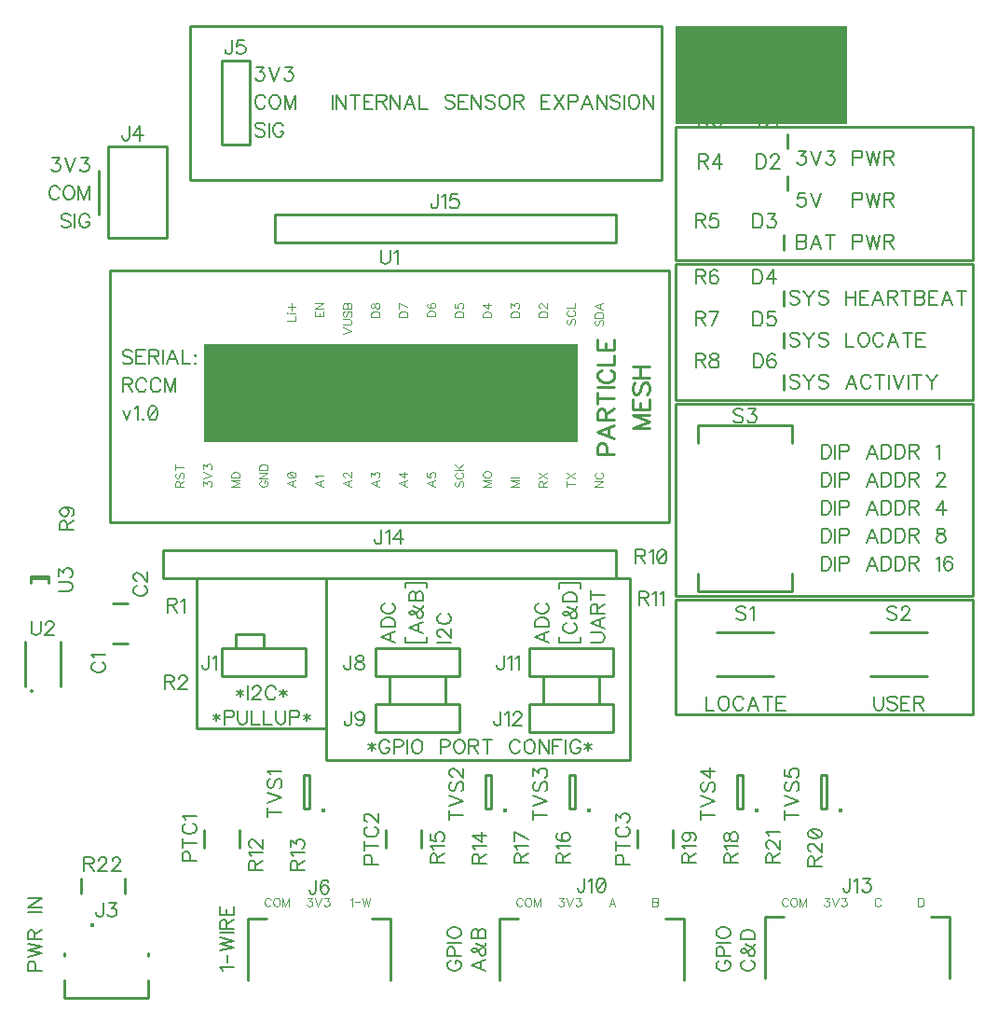
<source format=gbr>
%TF.GenerationSoftware,Novarm,DipTrace,3.3.1.3*%
%TF.CreationDate,2019-12-24T00:16:19-05:00*%
%FSLAX26Y26*%
%MOIN*%
%TF.FileFunction,Legend,Top*%
%TF.Part,Single*%
%ADD10C,0.009843*%
%ADD19C,0.01131*%
%ADD20C,0.011301*%
%ADD25C,0.01578*%
%ADD35C,0.015422*%
%ADD38C,0.013783*%
%ADD87C,0.00772*%
%ADD88C,0.004632*%
%ADD90C,0.009264*%
G75*
G01*
%LPD*%
X755629Y1610060D2*
D10*
X806771D1*
Y1752340D2*
X755629D1*
X3168384Y3431771D2*
Y3380629D1*
Y3281771D2*
Y3230629D1*
X3155884Y3069271D2*
Y3018129D1*
Y2869271D2*
Y2818129D1*
Y2719271D2*
Y2668129D1*
Y2569271D2*
Y2518129D1*
X1143700Y1493700D2*
Y1593700D1*
X1443700D1*
Y1493700D2*
Y1593700D1*
X1143700Y1493700D2*
X1443700D1*
D25*
X681201Y602450D3*
X582757Y502846D2*
D10*
Y493395D1*
Y407565D2*
Y342617D1*
X882005D1*
Y407565D1*
Y502846D2*
Y493395D1*
X739367Y3385826D2*
X948031D1*
Y3059054D1*
X739367D1*
Y3385826D1*
X705905Y3301192D2*
Y3143688D1*
X1143700Y3693700D2*
X1243700D1*
Y3393700D1*
X1143700D2*
X1243700D1*
X1143700Y3693700D2*
Y3393700D1*
X1237401Y628448D2*
Y407971D1*
X1749212Y628448D2*
Y407971D1*
X1237401Y628448D2*
X1304346D1*
X1749212D2*
X1682267D1*
X1693700Y1493700D2*
Y1593700D1*
X1993700D1*
Y1493700D2*
Y1593700D1*
X1693700Y1493700D2*
X1993700D1*
X1693700Y1293700D2*
Y1393700D1*
X1993700D1*
Y1293700D2*
Y1393700D1*
X1693700Y1293700D2*
X1993700D1*
X2137401Y628449D2*
Y407965D1*
X2798818Y628449D2*
Y407965D1*
X2137401Y628449D2*
X2204336D1*
X2798818D2*
X2731883D1*
X2243700Y1493700D2*
Y1593700D1*
X2543700D1*
Y1493700D2*
Y1593700D1*
X2243700Y1493700D2*
X2543700D1*
X2243700Y1293700D2*
Y1393700D1*
X2543700D1*
Y1293700D2*
Y1393700D1*
X2243700Y1293700D2*
X2543700D1*
X3087401Y634700D2*
Y414215D1*
X3748818Y634700D2*
Y414215D1*
X3087401Y634700D2*
X3154336D1*
X3748818D2*
X3681883D1*
X933857Y1942913D2*
X2553543D1*
Y1844487D1*
X933857D1*
Y1942913D1*
X1333857Y3142913D2*
X2553543D1*
Y3044487D1*
X1333857D1*
Y3142913D1*
X1206680Y944497D2*
Y881485D1*
X1080720Y944497D2*
Y881485D1*
X1856680Y944497D2*
Y881485D1*
X1730720Y944497D2*
Y881485D1*
X2756680Y944497D2*
Y881485D1*
X2630720Y944497D2*
Y881485D1*
X639840Y718129D2*
Y769271D1*
X797342Y771261D2*
Y716139D1*
X2914161Y1651180D2*
X3118908D1*
X2914161Y1493700D2*
X3118908D1*
X3464161Y1651180D2*
X3668908D1*
X3464161Y1493700D2*
X3668908D1*
X3016535Y2388976D2*
X3185829D1*
Y2325964D2*
Y2388976D1*
X3016535D2*
X2847240D1*
Y2325964D1*
X3016535Y1798424D2*
X3185829D1*
X3016535D2*
X2847240D1*
Y1861436D1*
X3185829Y1798424D2*
Y1861436D1*
D35*
X1508409Y1012851D3*
X1458267Y1022052D2*
D10*
Y1140157D1*
X1438582D1*
Y1022052D1*
X1458267D1*
D35*
X2158409Y1012851D3*
X2108267Y1022052D2*
D10*
Y1140157D1*
X2088582D1*
Y1022052D1*
X2108267D1*
D35*
X2458409Y1012851D3*
X2408267Y1022052D2*
D10*
Y1140157D1*
X2388582D1*
Y1022052D1*
X2408267D1*
D35*
X3058409Y1012851D3*
X3008267Y1022052D2*
D10*
Y1140157D1*
X2988582D1*
Y1022052D1*
X3008267D1*
D35*
X3358409Y1012851D3*
X3308267Y1022052D2*
D10*
Y1140157D1*
X3288582D1*
Y1022052D1*
X3308267D1*
X743700Y2043700D2*
X2743700D1*
Y2943700D1*
X743700D1*
Y2043700D1*
X441338Y1455912D2*
Y1617322D1*
X567322Y1455912D2*
Y1617322D1*
D38*
X463977Y1439175D3*
X525165Y1850361D2*
D10*
Y1826802D1*
X462235Y1850361D2*
Y1826802D1*
Y1842947D2*
X525165D1*
X462235Y1850396D2*
X525165D1*
X1031200Y3818700D2*
D19*
X2718700D1*
Y3268700D1*
X1031200D1*
Y3818700D1*
X2768700Y3456200D2*
X3831200D1*
Y2981200D1*
X2768700D1*
Y3456200D1*
G36*
Y3818700D2*
X3381200D1*
Y3468700D1*
X2768700D1*
Y3818700D1*
G37*
X1193700Y1593700D2*
D20*
Y1643700D1*
X1293700D1*
Y1593700D1*
X2493700Y1493700D2*
Y1393700D1*
X2293700Y1493700D2*
Y1393700D1*
X1943700Y1493700D2*
Y1393700D1*
X1743700Y1493700D2*
Y1393700D1*
X1056200Y1843700D2*
X2606200D1*
Y1193700D1*
X1518700D2*
X2606200D1*
X1056200Y1306200D2*
X1518700D1*
Y1843700D2*
Y1193700D1*
X1056200Y1843700D2*
Y1306200D1*
G36*
X1081200Y2681200D2*
X2418700D1*
Y2331200D1*
X1081200D1*
Y2681200D1*
G37*
X2768700Y2968700D2*
D19*
X3831200D1*
Y2481200D1*
X2768700D1*
Y2968700D1*
Y2468700D2*
X3831200D1*
Y1781200D1*
X2768700D1*
Y2468700D1*
Y1768700D2*
X3831200D1*
Y1356200D1*
X2768700D1*
Y1768700D1*
X690388Y1543402D2*
D87*
X685634Y1541025D1*
X680826Y1536217D1*
X678449Y1531463D1*
Y1521902D1*
X680826Y1517093D1*
X685634Y1512340D1*
X690388Y1509908D1*
X697573Y1507532D1*
X709566D1*
X716696Y1509908D1*
X721504Y1512340D1*
X726258Y1517093D1*
X728689Y1521902D1*
Y1531463D1*
X726258Y1536217D1*
X721504Y1541025D1*
X716696Y1543402D1*
X688066Y1558841D2*
X685634Y1563649D1*
X678505Y1570834D1*
X728689D1*
X840388Y1816686D2*
X835634Y1814309D1*
X830826Y1809501D1*
X828449Y1804748D1*
Y1795186D1*
X830826Y1790378D1*
X835634Y1785624D1*
X840388Y1783193D1*
X847573Y1780816D1*
X859566D1*
X866696Y1783193D1*
X871504Y1785624D1*
X876258Y1790378D1*
X878689Y1795186D1*
Y1804748D1*
X876258Y1809501D1*
X871504Y1814309D1*
X866696Y1816686D1*
X840443Y1834557D2*
X838066D1*
X833258Y1836934D1*
X830881Y1839310D1*
X828505Y1844119D1*
Y1853680D1*
X830881Y1858433D1*
X833258Y1860810D1*
X838066Y1863242D1*
X842820D1*
X847628Y1860810D1*
X854758Y1856057D1*
X878689Y1832125D1*
Y1865618D1*
X3069034Y3508951D2*
Y3458711D1*
X3085780D1*
X3092965Y3461142D1*
X3097774Y3465896D1*
X3100150Y3470704D1*
X3102527Y3477834D1*
Y3489827D1*
X3100150Y3497012D1*
X3097774Y3501766D1*
X3092965Y3506574D1*
X3085780Y3508951D1*
X3069034D1*
X3117966Y3499334D2*
X3122775Y3501766D1*
X3129960Y3508895D1*
Y3458711D1*
X3058284Y3358951D2*
Y3308711D1*
X3075030D1*
X3082215Y3311142D1*
X3087024Y3315896D1*
X3089400Y3320704D1*
X3091777Y3327834D1*
Y3339827D1*
X3089400Y3347012D1*
X3087024Y3351766D1*
X3082215Y3356574D1*
X3075030Y3358951D1*
X3058284D1*
X3109648Y3346957D2*
Y3349334D1*
X3112025Y3354142D1*
X3114401Y3356519D1*
X3119210Y3358895D1*
X3128771D1*
X3133525Y3356519D1*
X3135901Y3354142D1*
X3138333Y3349334D1*
Y3344581D1*
X3135901Y3339772D1*
X3131148Y3332642D1*
X3107216Y3308711D1*
X3140710D1*
X3045784Y3146451D2*
Y3096211D1*
X3062530D1*
X3069715Y3098642D1*
X3074524Y3103396D1*
X3076900Y3108204D1*
X3079277Y3115334D1*
Y3127327D1*
X3076900Y3134512D1*
X3074524Y3139266D1*
X3069715Y3144074D1*
X3062530Y3146451D1*
X3045784D1*
X3099525Y3146395D2*
X3125778D1*
X3111463Y3127272D1*
X3118648D1*
X3123401Y3124896D1*
X3125778Y3122519D1*
X3128210Y3115334D1*
Y3110581D1*
X3125778Y3103396D1*
X3121025Y3098587D1*
X3113839Y3096211D1*
X3106654D1*
X3099525Y3098587D1*
X3097148Y3101019D1*
X3094716Y3105772D1*
X3044595Y2946451D2*
Y2896211D1*
X3061342D1*
X3068527Y2898642D1*
X3073335Y2903396D1*
X3075712Y2908204D1*
X3078089Y2915334D1*
Y2927327D1*
X3075712Y2934512D1*
X3073335Y2939266D1*
X3068527Y2944074D1*
X3061342Y2946451D1*
X3044595D1*
X3117460Y2896211D2*
Y2946395D1*
X3093528Y2912957D1*
X3129398D1*
X3045784Y2796451D2*
Y2746211D1*
X3062530D1*
X3069715Y2748642D1*
X3074524Y2753396D1*
X3076900Y2758204D1*
X3079277Y2765334D1*
Y2777327D1*
X3076900Y2784512D1*
X3074524Y2789266D1*
X3069715Y2794074D1*
X3062530Y2796451D1*
X3045784D1*
X3123401Y2796395D2*
X3099525D1*
X3097148Y2774896D1*
X3099525Y2777272D1*
X3106710Y2779704D1*
X3113839D1*
X3121025Y2777272D1*
X3125833Y2772519D1*
X3128210Y2765334D1*
Y2760581D1*
X3125833Y2753396D1*
X3121025Y2748587D1*
X3113839Y2746211D1*
X3106710D1*
X3099525Y2748587D1*
X3097148Y2751019D1*
X3094716Y2755772D1*
X3047000Y2646451D2*
Y2596211D1*
X3063746D1*
X3070931Y2598642D1*
X3075740Y2603396D1*
X3078116Y2608204D1*
X3080493Y2615334D1*
Y2627327D1*
X3078116Y2634512D1*
X3075740Y2639266D1*
X3070931Y2644074D1*
X3063746Y2646451D1*
X3047000D1*
X3124617Y2639266D2*
X3122240Y2644019D1*
X3115055Y2646395D1*
X3110302D1*
X3103117Y2644019D1*
X3098309Y2636834D1*
X3095932Y2624896D1*
Y2612957D1*
X3098309Y2603396D1*
X3103117Y2598587D1*
X3110302Y2596211D1*
X3112679D1*
X3119809Y2598587D1*
X3124617Y2603396D1*
X3126994Y2610581D1*
Y2612957D1*
X3124617Y2620142D1*
X3119809Y2624896D1*
X3112679Y2627272D1*
X3110302D1*
X3103117Y2624896D1*
X3098309Y2620142D1*
X3095932Y2612957D1*
X1098199Y1566923D2*
Y1528677D1*
X1095822Y1521492D1*
X1093390Y1519115D1*
X1088637Y1516683D1*
X1083829D1*
X1079076Y1519115D1*
X1076699Y1521492D1*
X1074267Y1528677D1*
Y1533430D1*
X1113638Y1557306D2*
X1118447Y1559738D1*
X1125632Y1566868D1*
Y1516683D1*
X719881Y683557D2*
Y645310D1*
X717504Y638125D1*
X715072Y635749D1*
X710319Y633317D1*
X705511D1*
X700757Y635749D1*
X698381Y638125D1*
X695949Y645310D1*
Y650064D1*
X740128Y683502D2*
X766381D1*
X752067Y664378D1*
X759252D1*
X764005Y662002D1*
X766381Y659625D1*
X768813Y652440D1*
Y647687D1*
X766381Y640502D1*
X761628Y635694D1*
X754443Y633317D1*
X747258D1*
X740128Y635694D1*
X737752Y638125D1*
X735320Y642879D1*
X813279Y3459049D2*
Y3420803D1*
X810902Y3413618D1*
X808471Y3411241D1*
X803717Y3408809D1*
X798909D1*
X794156Y3411241D1*
X791779Y3413618D1*
X789347Y3420803D1*
Y3425556D1*
X852650Y3408809D2*
Y3458994D1*
X828718Y3425556D1*
X864588D1*
X1181200Y3766923D2*
Y3728677D1*
X1178823Y3721492D1*
X1176391Y3719115D1*
X1171638Y3716683D1*
X1166829D1*
X1162076Y3719115D1*
X1159700Y3721492D1*
X1157268Y3728677D1*
Y3733430D1*
X1225324Y3766868D2*
X1201447D1*
X1199071Y3745368D1*
X1201447Y3747745D1*
X1208632Y3750176D1*
X1215762D1*
X1222947Y3747745D1*
X1227756Y3742991D1*
X1230132Y3735806D1*
Y3731053D1*
X1227756Y3723868D1*
X1222947Y3719060D1*
X1215762Y3716683D1*
X1208632D1*
X1201447Y3719060D1*
X1199071Y3721492D1*
X1196639Y3726245D1*
X1482022Y765232D2*
Y726986D1*
X1479645Y719801D1*
X1477213Y717424D1*
X1472460Y714992D1*
X1467652D1*
X1462899Y717424D1*
X1460522Y719801D1*
X1458090Y726986D1*
Y731739D1*
X1526146Y758047D2*
X1523769Y762800D1*
X1516584Y765177D1*
X1511831D1*
X1504646Y762800D1*
X1499838Y755615D1*
X1497461Y743677D1*
Y731739D1*
X1499838Y722177D1*
X1504646Y717369D1*
X1511831Y714992D1*
X1514208D1*
X1521337Y717369D1*
X1526146Y722177D1*
X1528523Y729362D1*
Y731739D1*
X1526146Y738924D1*
X1521337Y743677D1*
X1514208Y746054D1*
X1511831D1*
X1504646Y743677D1*
X1499838Y738924D1*
X1497461Y731739D1*
X1606227Y1566923D2*
Y1528677D1*
X1603851Y1521492D1*
X1601419Y1519115D1*
X1596666Y1516683D1*
X1591857D1*
X1587104Y1519115D1*
X1584727Y1521492D1*
X1582295Y1528677D1*
Y1533430D1*
X1633605Y1566868D2*
X1626475Y1564491D1*
X1624043Y1559738D1*
Y1554930D1*
X1626475Y1550176D1*
X1631228Y1547745D1*
X1640790Y1545368D1*
X1647975Y1542991D1*
X1652728Y1538183D1*
X1655105Y1533430D1*
Y1526245D1*
X1652728Y1521492D1*
X1650351Y1519060D1*
X1643166Y1516683D1*
X1633605D1*
X1626475Y1519060D1*
X1624043Y1521492D1*
X1621666Y1526245D1*
Y1533430D1*
X1624043Y1538183D1*
X1628851Y1542991D1*
X1635981Y1545368D1*
X1645543Y1547745D1*
X1650351Y1550176D1*
X1652728Y1554930D1*
Y1559738D1*
X1650351Y1564491D1*
X1643166Y1566868D1*
X1633605D1*
X1607388Y1366923D2*
Y1328677D1*
X1605011Y1321492D1*
X1602579Y1319115D1*
X1597826Y1316683D1*
X1593018D1*
X1588265Y1319115D1*
X1585888Y1321492D1*
X1583456Y1328677D1*
Y1333430D1*
X1653944Y1350176D2*
X1651512Y1342991D1*
X1646759Y1338183D1*
X1639574Y1335806D1*
X1637197D1*
X1630012Y1338183D1*
X1625259Y1342991D1*
X1622827Y1350176D1*
Y1352553D1*
X1625259Y1359738D1*
X1630012Y1364491D1*
X1637197Y1366868D1*
X1639574D1*
X1646759Y1364491D1*
X1651512Y1359738D1*
X1653944Y1350176D1*
Y1338183D1*
X1651512Y1326245D1*
X1646759Y1319060D1*
X1639574Y1316683D1*
X1634821D1*
X1627636Y1319060D1*
X1625259Y1323868D1*
X2441893Y771484D2*
Y733237D1*
X2439516Y726052D1*
X2437084Y723676D1*
X2432331Y721244D1*
X2427523D1*
X2422769Y723676D1*
X2420393Y726052D1*
X2417961Y733237D1*
Y737990D1*
X2457332Y761867D2*
X2462140Y764299D1*
X2469325Y771429D1*
Y721244D1*
X2499135Y771429D2*
X2491950Y769052D1*
X2487141Y761867D1*
X2484765Y749929D1*
Y742744D1*
X2487141Y730805D1*
X2491950Y723620D1*
X2499135Y721244D1*
X2503888D1*
X2511073Y723620D1*
X2515826Y730805D1*
X2518258Y742744D1*
Y749929D1*
X2515826Y761867D1*
X2511073Y769052D1*
X2503888Y771429D1*
X2499135D1*
X2515826Y761867D2*
X2487141Y730805D1*
X2153233Y1566923D2*
Y1528677D1*
X2150857Y1521492D1*
X2148425Y1519115D1*
X2143671Y1516683D1*
X2138863D1*
X2134110Y1519115D1*
X2131733Y1521492D1*
X2129301Y1528677D1*
Y1533430D1*
X2168672Y1557306D2*
X2173481Y1559738D1*
X2180666Y1566868D1*
Y1516683D1*
X2196105Y1557306D2*
X2200914Y1559738D1*
X2208099Y1566868D1*
Y1516683D1*
X2142483Y1366923D2*
Y1328677D1*
X2140107Y1321492D1*
X2137675Y1319115D1*
X2132922Y1316683D1*
X2128113D1*
X2123360Y1319115D1*
X2120983Y1321492D1*
X2118551Y1328677D1*
Y1333430D1*
X2157922Y1357306D2*
X2162731Y1359738D1*
X2169916Y1366868D1*
Y1316683D1*
X2187787Y1354930D2*
Y1357306D1*
X2190164Y1362115D1*
X2192540Y1364491D1*
X2197349Y1366868D1*
X2206910D1*
X2211663Y1364491D1*
X2214040Y1362115D1*
X2216472Y1357306D1*
Y1352553D1*
X2214040Y1347745D1*
X2209287Y1340615D1*
X2185355Y1316683D1*
X2218849D1*
X3391893Y771484D2*
Y733237D1*
X3389516Y726052D1*
X3387084Y723676D1*
X3382331Y721244D1*
X3377523D1*
X3372769Y723676D1*
X3370393Y726052D1*
X3367961Y733237D1*
Y737990D1*
X3407332Y761867D2*
X3412140Y764299D1*
X3419325Y771429D1*
Y721244D1*
X3439573Y771429D2*
X3465826D1*
X3451511Y752305D1*
X3458696D1*
X3463450Y749929D1*
X3465826Y747552D1*
X3468258Y740367D1*
Y735614D1*
X3465826Y728429D1*
X3461073Y723620D1*
X3453888Y721244D1*
X3446703D1*
X3439573Y723620D1*
X3437196Y726052D1*
X3434765Y730805D1*
X1716295Y2016136D2*
Y1977889D1*
X1713918Y1970704D1*
X1711486Y1968328D1*
X1706733Y1965896D1*
X1701925D1*
X1697172Y1968328D1*
X1694795Y1970704D1*
X1692363Y1977889D1*
Y1982642D1*
X1731734Y2006519D2*
X1736543Y2008951D1*
X1743728Y2016080D1*
Y1965896D1*
X1783099D2*
Y2016080D1*
X1759167Y1982642D1*
X1795037D1*
X1917483Y3216136D2*
Y3177889D1*
X1915107Y3170704D1*
X1912675Y3168328D1*
X1907922Y3165896D1*
X1903113D1*
X1898360Y3168328D1*
X1895983Y3170704D1*
X1893551Y3177889D1*
Y3182642D1*
X1932922Y3206519D2*
X1937731Y3208951D1*
X1944916Y3216080D1*
Y3165896D1*
X1989040Y3216080D2*
X1965164D1*
X1962787Y3194581D1*
X1965164Y3196957D1*
X1972349Y3199389D1*
X1979478D1*
X1986663Y3196957D1*
X1991472Y3192204D1*
X1993849Y3185019D1*
Y3180266D1*
X1991472Y3173081D1*
X1986663Y3168272D1*
X1979478Y3165896D1*
X1972349D1*
X1965164Y3168272D1*
X1962787Y3170704D1*
X1960355Y3175457D1*
X1029856Y832408D2*
Y853963D1*
X1027480Y861092D1*
X1025048Y863524D1*
X1020295Y865901D1*
X1013109D1*
X1008356Y863524D1*
X1005924Y861092D1*
X1003548Y853963D1*
Y832408D1*
X1053788D1*
X1003548Y898087D2*
X1053788D1*
X1003548Y881340D2*
Y914833D1*
X1015486Y966143D2*
X1010733Y963766D1*
X1005924Y958958D1*
X1003548Y954204D1*
Y944643D1*
X1005924Y939834D1*
X1010733Y935081D1*
X1015486Y932649D1*
X1022671Y930273D1*
X1034665D1*
X1041794Y932649D1*
X1046603Y935081D1*
X1051356Y939834D1*
X1053788Y944643D1*
Y954204D1*
X1051356Y958957D1*
X1046603Y963766D1*
X1041794Y966143D1*
X1013165Y981582D2*
X1010733Y986390D1*
X1003603Y993575D1*
X1053788D1*
X1679856Y821658D2*
Y843213D1*
X1677480Y850342D1*
X1675048Y852774D1*
X1670295Y855151D1*
X1663109D1*
X1658356Y852774D1*
X1655924Y850342D1*
X1653548Y843213D1*
Y821658D1*
X1703788D1*
X1653548Y887337D2*
X1703788D1*
X1653548Y870590D2*
Y904083D1*
X1665486Y955393D2*
X1660733Y953016D1*
X1655924Y948208D1*
X1653548Y943454D1*
Y933893D1*
X1655924Y929084D1*
X1660733Y924331D1*
X1665486Y921899D1*
X1672671Y919523D1*
X1684665D1*
X1691794Y921899D1*
X1696603Y924331D1*
X1701356Y929084D1*
X1703788Y933893D1*
Y943454D1*
X1701356Y948208D1*
X1696603Y953016D1*
X1691794Y955393D1*
X1665541Y973264D2*
X1663165D1*
X1658356Y975640D1*
X1655980Y978017D1*
X1653603Y982825D1*
Y992387D1*
X1655980Y997140D1*
X1658356Y999517D1*
X1663165Y1001949D1*
X1667918D1*
X1672726Y999517D1*
X1679856Y994764D1*
X1703788Y970832D1*
Y1004325D1*
X2579856Y821658D2*
Y843213D1*
X2577480Y850342D1*
X2575048Y852774D1*
X2570295Y855151D1*
X2563109D1*
X2558356Y852774D1*
X2555924Y850342D1*
X2553548Y843213D1*
Y821658D1*
X2603788D1*
X2553548Y887337D2*
X2603788D1*
X2553548Y870590D2*
Y904083D1*
X2565486Y955393D2*
X2560733Y953016D1*
X2555924Y948208D1*
X2553548Y943454D1*
Y933893D1*
X2555924Y929084D1*
X2560733Y924331D1*
X2565486Y921899D1*
X2572671Y919523D1*
X2584665D1*
X2591794Y921899D1*
X2596603Y924331D1*
X2601356Y929084D1*
X2603788Y933893D1*
Y943454D1*
X2601356Y948208D1*
X2596603Y953016D1*
X2591794Y955393D1*
X2553603Y975640D2*
Y1001893D1*
X2572726Y987579D1*
Y994764D1*
X2575103Y999517D1*
X2577480Y1001893D1*
X2584665Y1004325D1*
X2589418D1*
X2596603Y1001893D1*
X2601411Y997140D1*
X2603788Y989955D1*
Y982770D1*
X2601411Y975640D1*
X2598979Y973264D1*
X2594226Y970832D1*
X950639Y1747519D2*
X972138D1*
X979323Y1749951D1*
X981755Y1752327D1*
X984132Y1757081D1*
Y1761889D1*
X981755Y1766642D1*
X979323Y1769074D1*
X972138Y1771451D1*
X950639D1*
Y1721211D1*
X967385Y1747519D2*
X984132Y1721211D1*
X999571Y1761834D2*
X1004380Y1764266D1*
X1011565Y1771395D1*
Y1721211D1*
X939889Y1472519D2*
X961388D1*
X968574Y1474951D1*
X971005Y1477327D1*
X973382Y1482081D1*
Y1486889D1*
X971005Y1491642D1*
X968574Y1494074D1*
X961388Y1496451D1*
X939889D1*
Y1446211D1*
X956635Y1472519D2*
X973382Y1446211D1*
X991253Y1484457D2*
Y1486834D1*
X993630Y1491642D1*
X996006Y1494019D1*
X1000815Y1496395D1*
X1010376D1*
X1015129Y1494019D1*
X1017506Y1491642D1*
X1019938Y1486834D1*
Y1482081D1*
X1017506Y1477272D1*
X1012753Y1470142D1*
X988821Y1446211D1*
X1022315D1*
X2852389Y3485019D2*
X2873888D1*
X2881074Y3487451D1*
X2883505Y3489827D1*
X2885882Y3494581D1*
Y3499389D1*
X2883505Y3504142D1*
X2881074Y3506574D1*
X2873888Y3508951D1*
X2852389D1*
Y3458711D1*
X2869135Y3485019D2*
X2885882Y3458711D1*
X2906130Y3508895D2*
X2932383D1*
X2918068Y3489772D1*
X2925253D1*
X2930006Y3487396D1*
X2932383Y3485019D1*
X2934815Y3477834D1*
Y3473081D1*
X2932383Y3465896D1*
X2927629Y3461087D1*
X2920444Y3458711D1*
X2913259D1*
X2906130Y3461087D1*
X2903753Y3463519D1*
X2901321Y3468272D1*
X2851200Y3335019D2*
X2872700D1*
X2879885Y3337451D1*
X2882317Y3339827D1*
X2884694Y3344581D1*
Y3349389D1*
X2882317Y3354142D1*
X2879885Y3356574D1*
X2872700Y3358951D1*
X2851200D1*
Y3308711D1*
X2867947Y3335019D2*
X2884694Y3308711D1*
X2924065D2*
Y3358895D1*
X2900133Y3325457D1*
X2936003D1*
X2839889Y3122519D2*
X2861388D1*
X2868574Y3124951D1*
X2871005Y3127327D1*
X2873382Y3132081D1*
Y3136889D1*
X2871005Y3141642D1*
X2868574Y3144074D1*
X2861388Y3146451D1*
X2839889D1*
Y3096211D1*
X2856635Y3122519D2*
X2873382Y3096211D1*
X2917506Y3146395D2*
X2893630D1*
X2891253Y3124896D1*
X2893630Y3127272D1*
X2900815Y3129704D1*
X2907944D1*
X2915129Y3127272D1*
X2919938Y3122519D1*
X2922315Y3115334D1*
Y3110581D1*
X2919938Y3103396D1*
X2915129Y3098587D1*
X2907944Y3096211D1*
X2900815D1*
X2893630Y3098587D1*
X2891253Y3101019D1*
X2888821Y3105772D1*
X2841105Y2922519D2*
X2862604D1*
X2869789Y2924951D1*
X2872221Y2927327D1*
X2874598Y2932081D1*
Y2936889D1*
X2872221Y2941642D1*
X2869789Y2944074D1*
X2862604Y2946451D1*
X2841105D1*
Y2896211D1*
X2857851Y2922519D2*
X2874598Y2896211D1*
X2918722Y2939266D2*
X2916345Y2944019D1*
X2909160Y2946395D1*
X2904407D1*
X2897222Y2944019D1*
X2892414Y2936834D1*
X2890037Y2924896D1*
Y2912957D1*
X2892414Y2903396D1*
X2897222Y2898587D1*
X2904407Y2896211D1*
X2906784D1*
X2913914Y2898587D1*
X2918722Y2903396D1*
X2921099Y2910581D1*
Y2912957D1*
X2918722Y2920142D1*
X2913914Y2924896D1*
X2906784Y2927272D1*
X2904407D1*
X2897222Y2924896D1*
X2892414Y2920142D1*
X2890037Y2912957D1*
X2839889Y2772519D2*
X2861388D1*
X2868574Y2774951D1*
X2871005Y2777327D1*
X2873382Y2782081D1*
Y2786889D1*
X2871005Y2791642D1*
X2868574Y2794074D1*
X2861388Y2796451D1*
X2839889D1*
Y2746211D1*
X2856635Y2772519D2*
X2873382Y2746211D1*
X2898383D2*
X2922315Y2796395D1*
X2888821D1*
X2839916Y2622519D2*
X2861416D1*
X2868601Y2624951D1*
X2871033Y2627327D1*
X2873410Y2632081D1*
Y2636889D1*
X2871033Y2641642D1*
X2868601Y2644074D1*
X2861416Y2646451D1*
X2839916D1*
Y2596211D1*
X2856663Y2622519D2*
X2873410Y2596211D1*
X2900787Y2646395D2*
X2893657Y2644019D1*
X2891225Y2639266D1*
Y2634457D1*
X2893657Y2629704D1*
X2898410Y2627272D1*
X2907972Y2624896D1*
X2915157Y2622519D1*
X2919910Y2617710D1*
X2922287Y2612957D1*
Y2605772D1*
X2919910Y2601019D1*
X2917534Y2598587D1*
X2910349Y2596211D1*
X2900787D1*
X2893657Y2598587D1*
X2891225Y2601019D1*
X2888849Y2605772D1*
Y2612957D1*
X2891225Y2617710D1*
X2896034Y2622519D1*
X2903164Y2624896D1*
X2912725Y2627272D1*
X2917534Y2629704D1*
X2919910Y2634457D1*
Y2639266D1*
X2917534Y2644019D1*
X2910349Y2646395D1*
X2900787D1*
X589881Y2016274D2*
Y2037774D1*
X587449Y2044959D1*
X585073Y2047391D1*
X580320Y2049767D1*
X575511D1*
X570758Y2047391D1*
X568326Y2044959D1*
X565949Y2037774D1*
Y2016274D1*
X616189D1*
X589881Y2033021D2*
X616189Y2049767D1*
X582696Y2096323D2*
X589881Y2093891D1*
X594690Y2089138D1*
X597066Y2081953D1*
Y2079576D1*
X594690Y2072391D1*
X589881Y2067638D1*
X582696Y2065206D1*
X580320D1*
X573134Y2067638D1*
X568381Y2072391D1*
X566005Y2079576D1*
Y2081953D1*
X568381Y2089138D1*
X573134Y2093891D1*
X582696Y2096323D1*
X594690D1*
X606628Y2093891D1*
X613813Y2089138D1*
X616189Y2081953D1*
Y2077200D1*
X613813Y2070015D1*
X609004Y2067638D1*
X2626172Y1922519D2*
X2647672D1*
X2654857Y1924951D1*
X2657289Y1927327D1*
X2659666Y1932081D1*
Y1936889D1*
X2657289Y1941642D1*
X2654857Y1944074D1*
X2647672Y1946451D1*
X2626172D1*
Y1896211D1*
X2642919Y1922519D2*
X2659666Y1896211D1*
X2675105Y1936834D2*
X2679913Y1939266D1*
X2687098Y1946395D1*
Y1896211D1*
X2716908Y1946395D2*
X2709723Y1944019D1*
X2704914Y1936834D1*
X2702538Y1924896D1*
Y1917710D1*
X2704914Y1905772D1*
X2709723Y1898587D1*
X2716908Y1896211D1*
X2721661D1*
X2728846Y1898587D1*
X2733599Y1905772D1*
X2736031Y1917710D1*
Y1924896D1*
X2733599Y1936834D1*
X2728846Y1944019D1*
X2721661Y1946395D1*
X2716908D1*
X2733599Y1936834D2*
X2704914Y1905772D1*
X2636922Y1772519D2*
X2658422D1*
X2665607Y1774951D1*
X2668039Y1777327D1*
X2670416Y1782081D1*
Y1786889D1*
X2668039Y1791642D1*
X2665607Y1794074D1*
X2658422Y1796451D1*
X2636922D1*
Y1746211D1*
X2653669Y1772519D2*
X2670416Y1746211D1*
X2685855Y1786834D2*
X2690663Y1789266D1*
X2697848Y1796395D1*
Y1746211D1*
X2713287Y1786834D2*
X2718096Y1789266D1*
X2725281Y1796395D1*
Y1746211D1*
X1264881Y801369D2*
Y822869D1*
X1262449Y830054D1*
X1260073Y832486D1*
X1255320Y834863D1*
X1250511D1*
X1245758Y832486D1*
X1243326Y830054D1*
X1240949Y822869D1*
Y801369D1*
X1291189D1*
X1264881Y818116D2*
X1291189Y834862D1*
X1250566Y850302D2*
X1248134Y855110D1*
X1241005Y862295D1*
X1291189D1*
X1252943Y880166D2*
X1250566D1*
X1245758Y882543D1*
X1243381Y884920D1*
X1241005Y889728D1*
Y899290D1*
X1243381Y904043D1*
X1245758Y906419D1*
X1250566Y908851D1*
X1255319D1*
X1260128Y906419D1*
X1267258Y901666D1*
X1291189Y877734D1*
Y911228D1*
X1414881Y801369D2*
Y822869D1*
X1412449Y830054D1*
X1410073Y832486D1*
X1405320Y834863D1*
X1400511D1*
X1395758Y832486D1*
X1393326Y830054D1*
X1390949Y822869D1*
Y801369D1*
X1441189D1*
X1414881Y818116D2*
X1441189Y834862D1*
X1400566Y850302D2*
X1398134Y855110D1*
X1391005Y862295D1*
X1441189D1*
X1391005Y882543D2*
Y908796D1*
X1410128Y894481D1*
Y901666D1*
X1412505Y906419D1*
X1414881Y908796D1*
X1422066Y911228D1*
X1426819D1*
X1434004Y908796D1*
X1438813Y904043D1*
X1441189Y896858D1*
Y889673D1*
X1438813Y882543D1*
X1436381Y880166D1*
X1431628Y877734D1*
X2064881Y824984D2*
Y846484D1*
X2062449Y853669D1*
X2060073Y856101D1*
X2055320Y858477D1*
X2050511D1*
X2045758Y856101D1*
X2043326Y853669D1*
X2040949Y846484D1*
Y824984D1*
X2091189D1*
X2064881Y841731D2*
X2091189Y858477D1*
X2050566Y873917D2*
X2048134Y878725D1*
X2041005Y885910D1*
X2091189D1*
Y925281D2*
X2041005D1*
X2074443Y901349D1*
Y937219D1*
X1914881Y826172D2*
Y847672D1*
X1912449Y854857D1*
X1910073Y857289D1*
X1905320Y859666D1*
X1900511D1*
X1895758Y857289D1*
X1893326Y854857D1*
X1890949Y847672D1*
Y826172D1*
X1941189D1*
X1914881Y842919D2*
X1941189Y859666D1*
X1900566Y875105D2*
X1898134Y879913D1*
X1891005Y887098D1*
X1941189D1*
X1891005Y931222D2*
Y907346D1*
X1912505Y904969D1*
X1910128Y907346D1*
X1907696Y914531D1*
Y921661D1*
X1910128Y928846D1*
X1914881Y933654D1*
X1922066Y936031D1*
X1926819D1*
X1934004Y933654D1*
X1938813Y928846D1*
X1941189Y921661D1*
Y914531D1*
X1938813Y907346D1*
X1936381Y904969D1*
X1931628Y902538D1*
X2364881Y827388D2*
Y848888D1*
X2362449Y856073D1*
X2360073Y858505D1*
X2355320Y860882D1*
X2350511D1*
X2345758Y858505D1*
X2343326Y856073D1*
X2340949Y848888D1*
Y827388D1*
X2391189D1*
X2364881Y844135D2*
X2391189Y860882D1*
X2350566Y876321D2*
X2348134Y881129D1*
X2341005Y888314D1*
X2391189D1*
X2348134Y932438D2*
X2343381Y930062D1*
X2341005Y922877D1*
Y918124D1*
X2343381Y910939D1*
X2350566Y906130D1*
X2362505Y903754D1*
X2374443D1*
X2384004Y906130D1*
X2388813Y910939D1*
X2391189Y918124D1*
Y920500D1*
X2388813Y927630D1*
X2384004Y932438D1*
X2376819Y934815D1*
X2374443D1*
X2367258Y932438D1*
X2362505Y927630D1*
X2360128Y920500D1*
Y918124D1*
X2362505Y910939D1*
X2367258Y906130D1*
X2374443Y903754D1*
X2214881Y826172D2*
Y847672D1*
X2212449Y854857D1*
X2210073Y857289D1*
X2205320Y859666D1*
X2200511D1*
X2195758Y857289D1*
X2193326Y854857D1*
X2190949Y847672D1*
Y826172D1*
X2241189D1*
X2214881Y842919D2*
X2241189Y859666D1*
X2200566Y875105D2*
X2198134Y879913D1*
X2191005Y887098D1*
X2241189D1*
Y912099D2*
X2191005Y936031D1*
Y902538D1*
X2964881Y826200D2*
Y847700D1*
X2962449Y854885D1*
X2960073Y857317D1*
X2955320Y859693D1*
X2950511D1*
X2945758Y857317D1*
X2943326Y854885D1*
X2940949Y847700D1*
Y826200D1*
X2991189D1*
X2964881Y842947D2*
X2991189Y859693D1*
X2950566Y875133D2*
X2948134Y879941D1*
X2941005Y887126D1*
X2991189D1*
X2941005Y914503D2*
X2943381Y907374D1*
X2948134Y904942D1*
X2952943D1*
X2957696Y907374D1*
X2960128Y912127D1*
X2962505Y921688D1*
X2964881Y928874D1*
X2969690Y933627D1*
X2974443Y936003D1*
X2981628D1*
X2986381Y933627D1*
X2988813Y931250D1*
X2991189Y924065D1*
Y914503D1*
X2988813Y907374D1*
X2986381Y904942D1*
X2981628Y902565D1*
X2974443D1*
X2969690Y904942D1*
X2964881Y909750D1*
X2962505Y916880D1*
X2960128Y926442D1*
X2957696Y931250D1*
X2952943Y933627D1*
X2948134D1*
X2943381Y931250D1*
X2941005Y924065D1*
Y914503D1*
X2814881Y827361D2*
Y848860D1*
X2812449Y856046D1*
X2810073Y858477D1*
X2805320Y860854D1*
X2800511D1*
X2795758Y858477D1*
X2793326Y856046D1*
X2790949Y848861D1*
Y827361D1*
X2841189D1*
X2814881Y844107D2*
X2841189Y860854D1*
X2800566Y876293D2*
X2798134Y881102D1*
X2791005Y888287D1*
X2841189D1*
X2807696Y934843D2*
X2814881Y932411D1*
X2819690Y927658D1*
X2822066Y920473D1*
Y918096D1*
X2819690Y910911D1*
X2814881Y906158D1*
X2807696Y903726D1*
X2805320D1*
X2798134Y906158D1*
X2793381Y910911D1*
X2791005Y918096D1*
Y920473D1*
X2793381Y927658D1*
X2798134Y932411D1*
X2807696Y934843D1*
X2819690D1*
X2831628Y932411D1*
X2838813Y927658D1*
X2841189Y920473D1*
Y915719D1*
X2838813Y908534D1*
X2834004Y906158D1*
X3264881Y815422D2*
Y836922D1*
X3262449Y844107D1*
X3260073Y846539D1*
X3255320Y848916D1*
X3250511D1*
X3245758Y846539D1*
X3243326Y844107D1*
X3240949Y836922D1*
Y815422D1*
X3291189D1*
X3264881Y832169D2*
X3291189Y848916D1*
X3252943Y866787D2*
X3250566D1*
X3245758Y869163D1*
X3243381Y871540D1*
X3241005Y876348D1*
Y885910D1*
X3243381Y890663D1*
X3245758Y893040D1*
X3250566Y895472D1*
X3255320D1*
X3260128Y893040D1*
X3267258Y888287D1*
X3291189Y864355D1*
Y897848D1*
X3241005Y927658D2*
X3243381Y920473D1*
X3250566Y915664D1*
X3262505Y913288D1*
X3269690D1*
X3281628Y915664D1*
X3288813Y920473D1*
X3291189Y927658D1*
Y932411D1*
X3288813Y939596D1*
X3281628Y944349D1*
X3269690Y946781D1*
X3262505D1*
X3250566Y944349D1*
X3243381Y939596D1*
X3241005Y932411D1*
Y927658D1*
X3250566Y944349D2*
X3281628Y915664D1*
X3114881Y826172D2*
Y847672D1*
X3112449Y854857D1*
X3110073Y857289D1*
X3105320Y859666D1*
X3100511D1*
X3095758Y857289D1*
X3093326Y854857D1*
X3090949Y847672D1*
Y826172D1*
X3141189D1*
X3114881Y842919D2*
X3141189Y859666D1*
X3102943Y877537D2*
X3100566D1*
X3095758Y879913D1*
X3093381Y882290D1*
X3091005Y887098D1*
Y896660D1*
X3093381Y901413D1*
X3095758Y903790D1*
X3100566Y906222D1*
X3105320D1*
X3110128Y903790D1*
X3117258Y899037D1*
X3141189Y875105D1*
Y908598D1*
X3100566Y924037D2*
X3098134Y928846D1*
X3091005Y936031D1*
X3141189D1*
X652912Y822519D2*
X674412D1*
X681597Y824951D1*
X684029Y827327D1*
X686405Y832081D1*
Y836889D1*
X684029Y841642D1*
X681597Y844074D1*
X674412Y846451D1*
X652912D1*
Y796211D1*
X669658Y822519D2*
X686405Y796211D1*
X704276Y834457D2*
Y836834D1*
X706653Y841642D1*
X709029Y844019D1*
X713838Y846395D1*
X723400D1*
X728153Y844019D1*
X730529Y841642D1*
X732961Y836834D1*
Y832081D1*
X730529Y827272D1*
X725776Y820142D1*
X701844Y796211D1*
X735338D1*
X753209Y834457D2*
Y836834D1*
X755585Y841642D1*
X757962Y844019D1*
X762770Y846395D1*
X772332D1*
X777085Y844019D1*
X779462Y841642D1*
X781894Y836834D1*
Y832081D1*
X779462Y827272D1*
X774709Y820142D1*
X750777Y796211D1*
X784270D1*
X3019565Y1736903D2*
X3014812Y1741712D1*
X3007627Y1744088D1*
X2998065D1*
X2990880Y1741712D1*
X2986072Y1736903D1*
Y1732150D1*
X2988503Y1727342D1*
X2990880Y1724965D1*
X2995633Y1722589D1*
X3010003Y1717780D1*
X3014812Y1715404D1*
X3017188Y1712972D1*
X3019565Y1708219D1*
Y1701033D1*
X3014812Y1696280D1*
X3007627Y1693848D1*
X2998065D1*
X2990880Y1696280D1*
X2986072Y1701033D1*
X3035004Y1734472D2*
X3039813Y1736903D1*
X3046998Y1744033D1*
Y1693848D1*
X3558815Y1736903D2*
X3554062Y1741712D1*
X3546877Y1744088D1*
X3537315D1*
X3530130Y1741712D1*
X3525322Y1736903D1*
Y1732150D1*
X3527754Y1727342D1*
X3530130Y1724965D1*
X3534883Y1722589D1*
X3549253Y1717780D1*
X3554062Y1715404D1*
X3556438Y1712972D1*
X3558815Y1708219D1*
Y1701033D1*
X3554062Y1696280D1*
X3546877Y1693848D1*
X3537315D1*
X3530130Y1696280D1*
X3525322Y1701033D1*
X3576686Y1732095D2*
Y1734472D1*
X3579063Y1739280D1*
X3581439Y1741657D1*
X3586248Y1744033D1*
X3595809D1*
X3600563Y1741657D1*
X3602939Y1739280D1*
X3605371Y1734472D1*
Y1729718D1*
X3602939Y1724910D1*
X3598186Y1717780D1*
X3574254Y1693848D1*
X3607748D1*
X3008815Y2442514D2*
X3004062Y2447322D1*
X2996877Y2449699D1*
X2987315D1*
X2980130Y2447322D1*
X2975322Y2442514D1*
Y2437760D1*
X2977754Y2432952D1*
X2980130Y2430575D1*
X2984883Y2428199D1*
X2999253Y2423390D1*
X3004062Y2421014D1*
X3006438Y2418582D1*
X3008815Y2413829D1*
Y2406644D1*
X3004062Y2401891D1*
X2996877Y2399459D1*
X2987315D1*
X2980130Y2401891D1*
X2975322Y2406644D1*
X3029063Y2449643D2*
X3055316D1*
X3041001Y2430520D1*
X3048186D1*
X3052939Y2428144D1*
X3055316Y2425767D1*
X3057748Y2418582D1*
Y2413829D1*
X3055316Y2406644D1*
X3050563Y2401835D1*
X3043378Y2399459D1*
X3036192D1*
X3029063Y2401835D1*
X3026686Y2404267D1*
X3024254Y2409020D1*
X1309256Y1007627D2*
X1359497D1*
X1309256Y990881D2*
X1309257Y1024374D1*
Y1039813D2*
X1359496Y1058936D1*
X1309257Y1078060D1*
X1316442Y1126992D2*
X1311633Y1122239D1*
X1309257Y1115054D1*
Y1105492D1*
X1311633Y1098307D1*
X1316442Y1093499D1*
X1321195D1*
X1326003Y1095931D1*
X1328380Y1098307D1*
X1330756Y1103061D1*
X1335565Y1117431D1*
X1337941Y1122239D1*
X1340373Y1124616D1*
X1345126Y1126992D1*
X1352311D1*
X1357065Y1122239D1*
X1359496Y1115054D1*
Y1105492D1*
X1357065Y1098307D1*
X1352311Y1093499D1*
X1318873Y1142431D2*
X1316442Y1147240D1*
X1309312Y1154425D1*
X1359496D1*
X1959256Y996877D2*
X2009497D1*
X1959256Y980131D2*
X1959257Y1013624D1*
Y1029063D2*
X2009496Y1048186D1*
X1959257Y1067310D1*
X1966442Y1116242D2*
X1961633Y1111489D1*
X1959257Y1104304D1*
Y1094742D1*
X1961633Y1087557D1*
X1966442Y1082749D1*
X1971195D1*
X1976003Y1085181D1*
X1978380Y1087557D1*
X1980756Y1092311D1*
X1985565Y1106681D1*
X1987941Y1111489D1*
X1990373Y1113866D1*
X1995126Y1116242D1*
X2002311D1*
X2007065Y1111489D1*
X2009496Y1104304D1*
Y1094742D1*
X2007065Y1087557D1*
X2002311Y1082749D1*
X1971250Y1134113D2*
X1968873D1*
X1964065Y1136490D1*
X1961688Y1138867D1*
X1959312Y1143675D1*
Y1153237D1*
X1961688Y1157990D1*
X1964065Y1160366D1*
X1968873Y1162798D1*
X1973627D1*
X1978435Y1160366D1*
X1985565Y1155613D1*
X2009496Y1131682D1*
Y1165175D1*
X2259256Y996877D2*
X2309497D1*
X2259256Y980131D2*
X2259257Y1013624D1*
Y1029063D2*
X2309496Y1048186D1*
X2259257Y1067310D1*
X2266442Y1116242D2*
X2261633Y1111489D1*
X2259257Y1104304D1*
Y1094742D1*
X2261633Y1087557D1*
X2266442Y1082749D1*
X2271195D1*
X2276003Y1085181D1*
X2278380Y1087557D1*
X2280756Y1092311D1*
X2285565Y1106681D1*
X2287941Y1111489D1*
X2290373Y1113866D1*
X2295126Y1116242D1*
X2302311D1*
X2307065Y1111489D1*
X2309496Y1104304D1*
Y1094742D1*
X2307065Y1087557D1*
X2302311Y1082749D1*
X2259312Y1136490D2*
Y1162743D1*
X2278435Y1148428D1*
Y1155613D1*
X2280812Y1160366D1*
X2283188Y1162743D1*
X2290373Y1165175D1*
X2295126D1*
X2302311Y1162743D1*
X2307120Y1157990D1*
X2309496Y1150805D1*
Y1143620D1*
X2307120Y1136490D1*
X2304688Y1134113D1*
X2299935Y1131682D1*
X2859256Y995689D2*
X2909497D1*
X2859256Y978942D2*
X2859257Y1012436D1*
Y1027875D2*
X2909496Y1046998D1*
X2859257Y1066121D1*
X2866442Y1115054D2*
X2861633Y1110301D1*
X2859257Y1103116D1*
Y1093554D1*
X2861633Y1086369D1*
X2866442Y1081561D1*
X2871195D1*
X2876003Y1083993D1*
X2878380Y1086369D1*
X2880756Y1091122D1*
X2885565Y1105492D1*
X2887941Y1110301D1*
X2890373Y1112677D1*
X2895126Y1115054D1*
X2902311D1*
X2907065Y1110301D1*
X2909496Y1103116D1*
Y1093554D1*
X2907065Y1086369D1*
X2902311Y1081561D1*
X2909496Y1154425D2*
X2859312D1*
X2892750Y1130493D1*
Y1166363D1*
X3159256Y996877D2*
X3209497D1*
X3159256Y980131D2*
X3159257Y1013624D1*
Y1029063D2*
X3209496Y1048186D1*
X3159257Y1067310D1*
X3166442Y1116242D2*
X3161633Y1111489D1*
X3159257Y1104304D1*
Y1094742D1*
X3161633Y1087557D1*
X3166442Y1082749D1*
X3171195D1*
X3176003Y1085181D1*
X3178380Y1087557D1*
X3180756Y1092311D1*
X3185565Y1106681D1*
X3187941Y1111489D1*
X3190373Y1113866D1*
X3195126Y1116242D1*
X3202311D1*
X3207065Y1111489D1*
X3209496Y1104304D1*
Y1094742D1*
X3207065Y1087557D1*
X3202311Y1082749D1*
X3159312Y1160366D2*
Y1136490D1*
X3180812Y1134113D1*
X3178435Y1136490D1*
X3176003Y1143675D1*
Y1150805D1*
X3178435Y1157990D1*
X3183188Y1162798D1*
X3190373Y1165175D1*
X3195126D1*
X3202311Y1162798D1*
X3207120Y1157990D1*
X3209496Y1150805D1*
Y1143675D1*
X3207120Y1136490D1*
X3204688Y1134113D1*
X3199935Y1131682D1*
X1713237Y3016923D2*
Y2981053D1*
X1715614Y2973868D1*
X1720422Y2969115D1*
X1727607Y2966683D1*
X1732360D1*
X1739545Y2969115D1*
X1744354Y2973868D1*
X1746730Y2981053D1*
Y3016923D1*
X1762170Y3007306D2*
X1766978Y3009738D1*
X1774163Y3016868D1*
Y2966683D1*
X463117Y1690545D2*
Y1654675D1*
X465494Y1647490D1*
X470302Y1642737D1*
X477487Y1640305D1*
X482240D1*
X489425Y1642737D1*
X494234Y1647490D1*
X496610Y1654675D1*
Y1690545D1*
X514481Y1678552D2*
Y1680928D1*
X516858Y1685737D1*
X519235Y1688113D1*
X524043Y1690490D1*
X533605D1*
X538358Y1688113D1*
X540734Y1685737D1*
X543166Y1680928D1*
Y1676175D1*
X540734Y1671367D1*
X535981Y1664237D1*
X512050Y1640305D1*
X545543D1*
X560044Y1797369D2*
X595914D1*
X603099Y1799746D1*
X607852Y1804554D1*
X610284Y1811739D1*
Y1816492D1*
X607852Y1823677D1*
X603099Y1828486D1*
X595914Y1830862D1*
X560044D1*
X560099Y1851110D2*
Y1877363D1*
X579222Y1863048D1*
Y1870233D1*
X581599Y1874986D1*
X583976Y1877363D1*
X591161Y1879795D1*
X595914D1*
X603099Y1877363D1*
X607907Y1872610D1*
X610284Y1865425D1*
Y1858240D1*
X607907Y1851110D1*
X605475Y1848733D1*
X600722Y1846302D1*
X3207149Y3371905D2*
X3233402D1*
X3219087Y3352782D1*
X3226272D1*
X3231026Y3350405D1*
X3233402Y3348029D1*
X3235834Y3340844D1*
Y3336091D1*
X3233402Y3328906D1*
X3228649Y3324097D1*
X3221464Y3321720D1*
X3214279D1*
X3207149Y3324097D1*
X3204773Y3326529D1*
X3202341Y3331282D1*
X3251273Y3371960D2*
X3270396Y3321720D1*
X3289520Y3371960D1*
X3309767Y3371905D2*
X3336020D1*
X3321706Y3352782D1*
X3328891D1*
X3333644Y3350405D1*
X3336020Y3348029D1*
X3338452Y3340844D1*
Y3336091D1*
X3336020Y3328906D1*
X3331267Y3324097D1*
X3324082Y3321720D1*
X3316897D1*
X3309767Y3324097D1*
X3307391Y3326529D1*
X3304959Y3331282D1*
X3402493Y3345652D2*
X3424048D1*
X3431177Y3348029D1*
X3433609Y3350461D1*
X3435986Y3355214D1*
Y3362399D1*
X3433609Y3367152D1*
X3431177Y3369584D1*
X3424048Y3371960D1*
X3402493D1*
Y3321720D1*
X3451425Y3371960D2*
X3463419Y3321720D1*
X3475357Y3371960D1*
X3487295Y3321720D1*
X3499289Y3371960D1*
X3514728Y3348029D2*
X3536228D1*
X3543413Y3350461D1*
X3545845Y3352837D1*
X3548221Y3357590D1*
Y3362399D1*
X3545845Y3367152D1*
X3543413Y3369584D1*
X3536228Y3371960D1*
X3514728D1*
Y3321720D1*
X3531474Y3348029D2*
X3548221Y3321720D1*
X3231026Y3221905D2*
X3207149D1*
X3204773Y3200405D1*
X3207149Y3202782D1*
X3214334Y3205214D1*
X3221464D1*
X3228649Y3202782D1*
X3233457Y3198029D1*
X3235834Y3190844D1*
Y3186091D1*
X3233457Y3178906D1*
X3228649Y3174097D1*
X3221464Y3171720D1*
X3214334D1*
X3207149Y3174097D1*
X3204773Y3176529D1*
X3202341Y3181282D1*
X3251273Y3221960D2*
X3270396Y3171720D1*
X3289520Y3221960D1*
X3402161Y3195652D2*
X3423716D1*
X3430846Y3198029D1*
X3433278Y3200461D1*
X3435654Y3205214D1*
Y3212399D1*
X3433278Y3217152D1*
X3430846Y3219584D1*
X3423716Y3221960D1*
X3402161D1*
Y3171720D1*
X3451094Y3221960D2*
X3463087Y3171720D1*
X3475025Y3221960D1*
X3486963Y3171720D1*
X3498957Y3221960D1*
X3514396Y3198029D2*
X3535896D1*
X3543081Y3200461D1*
X3545513Y3202837D1*
X3547890Y3207590D1*
Y3212399D1*
X3545513Y3217152D1*
X3543081Y3219584D1*
X3535896Y3221960D1*
X3514396D1*
Y3171720D1*
X3531143Y3198029D2*
X3547890Y3171720D1*
X3202341Y3071960D2*
Y3021720D1*
X3223896D1*
X3231081Y3024152D1*
X3233457Y3026529D1*
X3235834Y3031282D1*
Y3038467D1*
X3233457Y3043276D1*
X3231081Y3045652D1*
X3223896Y3048029D1*
X3231081Y3050461D1*
X3233457Y3052837D1*
X3235834Y3057590D1*
Y3062399D1*
X3233457Y3067152D1*
X3231081Y3069584D1*
X3223896Y3071960D1*
X3202341D1*
Y3048029D2*
X3223896D1*
X3289575Y3021720D2*
X3270396Y3071960D1*
X3251273Y3021720D1*
X3258458Y3038467D2*
X3282390D1*
X3321761Y3071960D2*
Y3021720D1*
X3305014Y3071960D2*
X3338508D1*
X3402548Y3045652D2*
X3424103D1*
X3431233Y3048029D1*
X3433665Y3050461D1*
X3436041Y3055214D1*
Y3062399D1*
X3433665Y3067152D1*
X3431233Y3069584D1*
X3424103Y3071960D1*
X3402548D1*
Y3021720D1*
X3451480Y3071960D2*
X3463474Y3021720D1*
X3475412Y3071960D1*
X3487350Y3021720D1*
X3499344Y3071960D1*
X3514783Y3048029D2*
X3536283D1*
X3543468Y3050461D1*
X3545900Y3052837D1*
X3548276Y3057590D1*
Y3062399D1*
X3545900Y3067152D1*
X3543468Y3069584D1*
X3536283Y3071960D1*
X3514783D1*
Y3021720D1*
X3531530Y3048029D2*
X3548276Y3021720D1*
X3210834Y2864775D2*
X3206081Y2869584D1*
X3198896Y2871960D1*
X3189334D1*
X3182149Y2869584D1*
X3177341Y2864775D1*
Y2860022D1*
X3179773Y2855214D1*
X3182149Y2852837D1*
X3186902Y2850461D1*
X3201272Y2845652D1*
X3206081Y2843276D1*
X3208457Y2840844D1*
X3210834Y2836091D1*
Y2828906D1*
X3206081Y2824152D1*
X3198896Y2821720D1*
X3189334D1*
X3182149Y2824152D1*
X3177341Y2828906D1*
X3226273Y2871960D2*
X3245396Y2848029D1*
Y2821720D1*
X3264520Y2871960D2*
X3245396Y2848029D1*
X3313452Y2864775D2*
X3308699Y2869584D1*
X3301514Y2871960D1*
X3291952D1*
X3284767Y2869584D1*
X3279959Y2864775D1*
Y2860022D1*
X3282391Y2855214D1*
X3284767Y2852837D1*
X3289521Y2850461D1*
X3303891Y2845652D1*
X3308699Y2843276D1*
X3311076Y2840844D1*
X3313452Y2836091D1*
Y2828906D1*
X3308699Y2824152D1*
X3301514Y2821720D1*
X3291952D1*
X3284767Y2824152D1*
X3279959Y2828906D1*
X3377493Y2871960D2*
Y2821720D1*
X3410986Y2871960D2*
Y2821720D1*
X3377493Y2848029D2*
X3410986D1*
X3457487Y2871960D2*
X3426425D1*
Y2821720D1*
X3457487D1*
X3426425Y2848029D2*
X3445548D1*
X3511228Y2821720D2*
X3492049Y2871960D1*
X3472926Y2821720D1*
X3480111Y2838467D2*
X3504043D1*
X3526667Y2848029D2*
X3548167D1*
X3555352Y2850461D1*
X3557784Y2852837D1*
X3560160Y2857590D1*
Y2862399D1*
X3557784Y2867152D1*
X3555352Y2869584D1*
X3548167Y2871960D1*
X3526667D1*
Y2821720D1*
X3543414Y2848029D2*
X3560160Y2821720D1*
X3592346Y2871960D2*
Y2821720D1*
X3575599Y2871960D2*
X3609093D1*
X3624532D2*
Y2821720D1*
X3646087D1*
X3653272Y2824152D1*
X3655649Y2826529D1*
X3658025Y2831282D1*
Y2838467D1*
X3655649Y2843276D1*
X3653272Y2845652D1*
X3646087Y2848029D1*
X3653272Y2850461D1*
X3655649Y2852837D1*
X3658025Y2857590D1*
Y2862399D1*
X3655649Y2867152D1*
X3653272Y2869584D1*
X3646087Y2871960D1*
X3624532D1*
Y2848029D2*
X3646087D1*
X3704526Y2871960D2*
X3673465D1*
Y2821720D1*
X3704526D1*
X3673465Y2848029D2*
X3692588D1*
X3758267Y2821720D2*
X3739089Y2871960D1*
X3719965Y2821720D1*
X3727150Y2838467D2*
X3751082D1*
X3790453Y2871960D2*
Y2821720D1*
X3773706Y2871960D2*
X3807200D1*
X3210834Y2714775D2*
X3206081Y2719584D1*
X3198896Y2721960D1*
X3189334D1*
X3182149Y2719584D1*
X3177341Y2714775D1*
Y2710022D1*
X3179773Y2705214D1*
X3182149Y2702837D1*
X3186902Y2700461D1*
X3201272Y2695652D1*
X3206081Y2693276D1*
X3208457Y2690844D1*
X3210834Y2686091D1*
Y2678906D1*
X3206081Y2674152D1*
X3198896Y2671720D1*
X3189334D1*
X3182149Y2674152D1*
X3177341Y2678906D1*
X3226273Y2721960D2*
X3245396Y2698029D1*
Y2671720D1*
X3264520Y2721960D2*
X3245396Y2698029D1*
X3313452Y2714775D2*
X3308699Y2719584D1*
X3301514Y2721960D1*
X3291952D1*
X3284767Y2719584D1*
X3279959Y2714775D1*
Y2710022D1*
X3282391Y2705214D1*
X3284767Y2702837D1*
X3289521Y2700461D1*
X3303891Y2695652D1*
X3308699Y2693276D1*
X3311076Y2690844D1*
X3313452Y2686091D1*
Y2678906D1*
X3308699Y2674152D1*
X3301514Y2671720D1*
X3291952D1*
X3284767Y2674152D1*
X3279959Y2678906D1*
X3377493Y2721960D2*
Y2671720D1*
X3406177D1*
X3435987Y2721960D2*
X3431178Y2719584D1*
X3426425Y2714775D1*
X3423993Y2710022D1*
X3421617Y2702837D1*
Y2690844D1*
X3423993Y2683714D1*
X3426425Y2678906D1*
X3431178Y2674152D1*
X3435987Y2671720D1*
X3445548D1*
X3450302Y2674152D1*
X3455110Y2678906D1*
X3457487Y2683714D1*
X3459863Y2690844D1*
Y2702837D1*
X3457487Y2710022D1*
X3455110Y2714775D1*
X3450302Y2719584D1*
X3445548Y2721960D1*
X3435987D1*
X3511172Y2710022D2*
X3508796Y2714775D1*
X3503987Y2719584D1*
X3499234Y2721960D1*
X3489673D1*
X3484864Y2719584D1*
X3480111Y2714775D1*
X3477679Y2710022D1*
X3475302Y2702837D1*
Y2690844D1*
X3477679Y2683714D1*
X3480111Y2678906D1*
X3484864Y2674152D1*
X3489673Y2671720D1*
X3499234D1*
X3503987Y2674152D1*
X3508796Y2678906D1*
X3511172Y2683714D1*
X3564913Y2671720D2*
X3545735Y2721960D1*
X3526612Y2671720D1*
X3533797Y2688467D2*
X3557728D1*
X3597099Y2721960D2*
Y2671720D1*
X3580353Y2721960D2*
X3613846D1*
X3660347D2*
X3629285D1*
Y2671720D1*
X3660347D1*
X3629285Y2698029D2*
X3648408D1*
X3210834Y2564775D2*
X3206081Y2569584D1*
X3198896Y2571960D1*
X3189334D1*
X3182149Y2569584D1*
X3177341Y2564775D1*
Y2560022D1*
X3179773Y2555214D1*
X3182149Y2552837D1*
X3186902Y2550461D1*
X3201272Y2545652D1*
X3206081Y2543276D1*
X3208457Y2540844D1*
X3210834Y2536091D1*
Y2528906D1*
X3206081Y2524152D1*
X3198896Y2521720D1*
X3189334D1*
X3182149Y2524152D1*
X3177341Y2528906D1*
X3226273Y2571960D2*
X3245396Y2548029D1*
Y2521720D1*
X3264520Y2571960D2*
X3245396Y2548029D1*
X3313452Y2564775D2*
X3308699Y2569584D1*
X3301514Y2571960D1*
X3291952D1*
X3284767Y2569584D1*
X3279959Y2564775D1*
Y2560022D1*
X3282391Y2555214D1*
X3284767Y2552837D1*
X3289521Y2550461D1*
X3303891Y2545652D1*
X3308699Y2543276D1*
X3311076Y2540844D1*
X3313452Y2536091D1*
Y2528906D1*
X3308699Y2524152D1*
X3301514Y2521720D1*
X3291952D1*
X3284767Y2524152D1*
X3279959Y2528906D1*
X3415794Y2521720D2*
X3396616Y2571960D1*
X3377493Y2521720D1*
X3384678Y2538467D2*
X3408609D1*
X3467104Y2560022D2*
X3464727Y2564775D1*
X3459918Y2569584D1*
X3455165Y2571960D1*
X3445604D1*
X3440795Y2569584D1*
X3436042Y2564775D1*
X3433610Y2560022D1*
X3431234Y2552837D1*
Y2540844D1*
X3433610Y2533714D1*
X3436042Y2528906D1*
X3440795Y2524152D1*
X3445604Y2521720D1*
X3455165D1*
X3459918Y2524152D1*
X3464727Y2528906D1*
X3467104Y2533714D1*
X3499289Y2571960D2*
Y2521720D1*
X3482543Y2571960D2*
X3516036D1*
X3531475D2*
Y2521720D1*
X3546915Y2571960D2*
X3566038Y2521720D1*
X3585161Y2571960D1*
X3600600D2*
Y2521720D1*
X3632786Y2571960D2*
Y2521720D1*
X3616040Y2571960D2*
X3649533D1*
X3664972D2*
X3684095Y2548029D1*
Y2521720D1*
X3703219Y2571960D2*
X3684095Y2548029D1*
X3289841Y2321960D2*
Y2271720D1*
X3306587D1*
X3313772Y2274152D1*
X3318581Y2278906D1*
X3320957Y2283714D1*
X3323334Y2290844D1*
Y2302837D1*
X3320957Y2310022D1*
X3318581Y2314775D1*
X3313772Y2319584D1*
X3306587Y2321960D1*
X3289841D1*
X3338773D2*
Y2271720D1*
X3354212Y2295652D2*
X3375768D1*
X3382897Y2298029D1*
X3385329Y2300461D1*
X3387706Y2305214D1*
Y2312399D1*
X3385329Y2317152D1*
X3382897Y2319584D1*
X3375768Y2321960D1*
X3354212D1*
Y2271720D1*
X3490048D2*
X3470869Y2321960D1*
X3451746Y2271720D1*
X3458931Y2288467D2*
X3482863D1*
X3505487Y2321960D2*
Y2271720D1*
X3522234D1*
X3529419Y2274152D1*
X3534227Y2278906D1*
X3536604Y2283714D1*
X3538980Y2290844D1*
Y2302837D1*
X3536604Y2310022D1*
X3534227Y2314775D1*
X3529419Y2319584D1*
X3522234Y2321960D1*
X3505487D1*
X3554420D2*
Y2271720D1*
X3571166D1*
X3578351Y2274152D1*
X3583160Y2278906D1*
X3585536Y2283714D1*
X3587913Y2290844D1*
Y2302837D1*
X3585536Y2310022D1*
X3583160Y2314775D1*
X3578351Y2319584D1*
X3571166Y2321960D1*
X3554420D1*
X3603352Y2298029D2*
X3624852D1*
X3632037Y2300461D1*
X3634469Y2302837D1*
X3636846Y2307590D1*
Y2312399D1*
X3634469Y2317152D1*
X3632037Y2319584D1*
X3624852Y2321960D1*
X3603352D1*
Y2271720D1*
X3620099Y2298029D2*
X3636846Y2271720D1*
X3700886Y2312344D2*
X3705694Y2314775D1*
X3712879Y2321905D1*
Y2271720D1*
X3289841Y2221960D2*
Y2171720D1*
X3306587D1*
X3313772Y2174152D1*
X3318581Y2178906D1*
X3320957Y2183714D1*
X3323334Y2190844D1*
Y2202837D1*
X3320957Y2210022D1*
X3318581Y2214775D1*
X3313772Y2219584D1*
X3306587Y2221960D1*
X3289841D1*
X3338773D2*
Y2171720D1*
X3354212Y2195652D2*
X3375768D1*
X3382897Y2198029D1*
X3385329Y2200461D1*
X3387706Y2205214D1*
Y2212399D1*
X3385329Y2217152D1*
X3382897Y2219584D1*
X3375768Y2221960D1*
X3354212D1*
Y2171720D1*
X3490048D2*
X3470869Y2221960D1*
X3451746Y2171720D1*
X3458931Y2188467D2*
X3482863D1*
X3505487Y2221960D2*
Y2171720D1*
X3522234D1*
X3529419Y2174152D1*
X3534227Y2178906D1*
X3536604Y2183714D1*
X3538980Y2190844D1*
Y2202837D1*
X3536604Y2210022D1*
X3534227Y2214775D1*
X3529419Y2219584D1*
X3522234Y2221960D1*
X3505487D1*
X3554420D2*
Y2171720D1*
X3571166D1*
X3578351Y2174152D1*
X3583160Y2178906D1*
X3585536Y2183714D1*
X3587913Y2190844D1*
Y2202837D1*
X3585536Y2210022D1*
X3583160Y2214775D1*
X3578351Y2219584D1*
X3571166Y2221960D1*
X3554420D1*
X3603352Y2198029D2*
X3624852D1*
X3632037Y2200461D1*
X3634469Y2202837D1*
X3636846Y2207590D1*
Y2212399D1*
X3634469Y2217152D1*
X3632037Y2219584D1*
X3624852Y2221960D1*
X3603352D1*
Y2171720D1*
X3620099Y2198029D2*
X3636846Y2171720D1*
X3703318Y2209967D2*
Y2212344D1*
X3705694Y2217152D1*
X3708071Y2219529D1*
X3712879Y2221905D1*
X3722441D1*
X3727194Y2219529D1*
X3729571Y2217152D1*
X3732003Y2212344D1*
Y2207590D1*
X3729571Y2202782D1*
X3724817Y2195652D1*
X3700886Y2171720D1*
X3734379D1*
X3289841Y2121960D2*
Y2071720D1*
X3306587D1*
X3313772Y2074152D1*
X3318581Y2078906D1*
X3320957Y2083714D1*
X3323334Y2090844D1*
Y2102837D1*
X3320957Y2110022D1*
X3318581Y2114775D1*
X3313772Y2119584D1*
X3306587Y2121960D1*
X3289841D1*
X3338773D2*
Y2071720D1*
X3354212Y2095652D2*
X3375768D1*
X3382897Y2098029D1*
X3385329Y2100461D1*
X3387706Y2105214D1*
Y2112399D1*
X3385329Y2117152D1*
X3382897Y2119584D1*
X3375768Y2121960D1*
X3354212D1*
Y2071720D1*
X3490048D2*
X3470869Y2121960D1*
X3451746Y2071720D1*
X3458931Y2088467D2*
X3482863D1*
X3505487Y2121960D2*
Y2071720D1*
X3522234D1*
X3529419Y2074152D1*
X3534227Y2078906D1*
X3536604Y2083714D1*
X3538980Y2090844D1*
Y2102837D1*
X3536604Y2110022D1*
X3534227Y2114775D1*
X3529419Y2119584D1*
X3522234Y2121960D1*
X3505487D1*
X3554420D2*
Y2071720D1*
X3571166D1*
X3578351Y2074152D1*
X3583160Y2078906D1*
X3585536Y2083714D1*
X3587913Y2090844D1*
Y2102837D1*
X3585536Y2110022D1*
X3583160Y2114775D1*
X3578351Y2119584D1*
X3571166Y2121960D1*
X3554420D1*
X3603352Y2098029D2*
X3624852D1*
X3632037Y2100461D1*
X3634469Y2102837D1*
X3636846Y2107590D1*
Y2112399D1*
X3634469Y2117152D1*
X3632037Y2119584D1*
X3624852Y2121960D1*
X3603352D1*
Y2071720D1*
X3620099Y2098029D2*
X3636846Y2071720D1*
X3724817D2*
Y2121905D1*
X3700886Y2088467D1*
X3736756D1*
X3289841Y2021960D2*
Y1971720D1*
X3306587D1*
X3313772Y1974152D1*
X3318581Y1978906D1*
X3320957Y1983714D1*
X3323334Y1990844D1*
Y2002837D1*
X3320957Y2010022D1*
X3318581Y2014775D1*
X3313772Y2019584D1*
X3306587Y2021960D1*
X3289841D1*
X3338773D2*
Y1971720D1*
X3354212Y1995652D2*
X3375768D1*
X3382897Y1998029D1*
X3385329Y2000461D1*
X3387706Y2005214D1*
Y2012399D1*
X3385329Y2017152D1*
X3382897Y2019584D1*
X3375768Y2021960D1*
X3354212D1*
Y1971720D1*
X3490048D2*
X3470869Y2021960D1*
X3451746Y1971720D1*
X3458931Y1988467D2*
X3482863D1*
X3505487Y2021960D2*
Y1971720D1*
X3522234D1*
X3529419Y1974152D1*
X3534227Y1978906D1*
X3536604Y1983714D1*
X3538980Y1990844D1*
Y2002837D1*
X3536604Y2010022D1*
X3534227Y2014775D1*
X3529419Y2019584D1*
X3522234Y2021960D1*
X3505487D1*
X3554420D2*
Y1971720D1*
X3571166D1*
X3578351Y1974152D1*
X3583160Y1978906D1*
X3585536Y1983714D1*
X3587913Y1990844D1*
Y2002837D1*
X3585536Y2010022D1*
X3583160Y2014775D1*
X3578351Y2019584D1*
X3571166Y2021960D1*
X3554420D1*
X3603352Y1998029D2*
X3624852D1*
X3632037Y2000461D1*
X3634469Y2002837D1*
X3636846Y2007590D1*
Y2012399D1*
X3634469Y2017152D1*
X3632037Y2019584D1*
X3624852Y2021960D1*
X3603352D1*
Y1971720D1*
X3620099Y1998029D2*
X3636846Y1971720D1*
X3712824Y2021905D2*
X3705694Y2019529D1*
X3703262Y2014775D1*
Y2009967D1*
X3705694Y2005214D1*
X3710447Y2002782D1*
X3720009Y2000405D1*
X3727194Y1998029D1*
X3731947Y1993220D1*
X3734324Y1988467D1*
Y1981282D1*
X3731947Y1976529D1*
X3729571Y1974097D1*
X3722386Y1971720D1*
X3712824D1*
X3705694Y1974097D1*
X3703262Y1976529D1*
X3700886Y1981282D1*
Y1988467D1*
X3703262Y1993220D1*
X3708071Y1998029D1*
X3715201Y2000405D1*
X3724762Y2002782D1*
X3729571Y2005214D1*
X3731947Y2009967D1*
Y2014775D1*
X3729571Y2019529D1*
X3722386Y2021905D1*
X3712824D1*
X3289841Y1921960D2*
Y1871720D1*
X3306587D1*
X3313772Y1874152D1*
X3318581Y1878906D1*
X3320957Y1883714D1*
X3323334Y1890844D1*
Y1902837D1*
X3320957Y1910022D1*
X3318581Y1914775D1*
X3313772Y1919584D1*
X3306587Y1921960D1*
X3289841D1*
X3338773D2*
Y1871720D1*
X3354212Y1895652D2*
X3375768D1*
X3382897Y1898029D1*
X3385329Y1900461D1*
X3387706Y1905214D1*
Y1912399D1*
X3385329Y1917152D1*
X3382897Y1919584D1*
X3375768Y1921960D1*
X3354212D1*
Y1871720D1*
X3490048D2*
X3470869Y1921960D1*
X3451746Y1871720D1*
X3458931Y1888467D2*
X3482863D1*
X3505487Y1921960D2*
Y1871720D1*
X3522234D1*
X3529419Y1874152D1*
X3534227Y1878906D1*
X3536604Y1883714D1*
X3538980Y1890844D1*
Y1902837D1*
X3536604Y1910022D1*
X3534227Y1914775D1*
X3529419Y1919584D1*
X3522234Y1921960D1*
X3505487D1*
X3554420D2*
Y1871720D1*
X3571166D1*
X3578351Y1874152D1*
X3583160Y1878906D1*
X3585536Y1883714D1*
X3587913Y1890844D1*
Y1902837D1*
X3585536Y1910022D1*
X3583160Y1914775D1*
X3578351Y1919584D1*
X3571166Y1921960D1*
X3554420D1*
X3603352Y1898029D2*
X3624852D1*
X3632037Y1900461D1*
X3634469Y1902837D1*
X3636846Y1907590D1*
Y1912399D1*
X3634469Y1917152D1*
X3632037Y1919584D1*
X3624852Y1921960D1*
X3603352D1*
Y1871720D1*
X3620099Y1898029D2*
X3636846Y1871720D1*
X3700886Y1912344D2*
X3705694Y1914775D1*
X3712879Y1921905D1*
Y1871720D1*
X3757003Y1914775D2*
X3754627Y1919529D1*
X3747442Y1921905D1*
X3742689D1*
X3735504Y1919529D1*
X3730695Y1912344D1*
X3728319Y1900405D1*
Y1888467D1*
X3730695Y1878906D1*
X3735504Y1874097D1*
X3742689Y1871720D1*
X3745065D1*
X3752195Y1874097D1*
X3757003Y1878906D1*
X3759380Y1886091D1*
Y1888467D1*
X3757003Y1895652D1*
X3752195Y1900405D1*
X3745065Y1902782D1*
X3742689D1*
X3735504Y1900405D1*
X3730695Y1895652D1*
X3728319Y1888467D1*
X2877341Y1421960D2*
Y1371720D1*
X2906026D1*
X2935835Y1421960D2*
X2931026Y1419584D1*
X2926273Y1414775D1*
X2923841Y1410022D1*
X2921465Y1402837D1*
Y1390844D1*
X2923841Y1383714D1*
X2926273Y1378906D1*
X2931026Y1374152D1*
X2935835Y1371720D1*
X2945396D1*
X2950150Y1374152D1*
X2954958Y1378906D1*
X2957335Y1383714D1*
X2959711Y1390844D1*
Y1402837D1*
X2957335Y1410022D1*
X2954958Y1414775D1*
X2950150Y1419584D1*
X2945396Y1421960D1*
X2935835D1*
X3011020Y1410022D2*
X3008644Y1414775D1*
X3003835Y1419584D1*
X2999082Y1421960D1*
X2989521D1*
X2984712Y1419584D1*
X2979959Y1414775D1*
X2977527Y1410022D1*
X2975151Y1402837D1*
Y1390844D1*
X2977527Y1383714D1*
X2979959Y1378906D1*
X2984712Y1374152D1*
X2989521Y1371720D1*
X2999082D1*
X3003835Y1374152D1*
X3008644Y1378906D1*
X3011020Y1383714D1*
X3064762Y1371720D2*
X3045583Y1421960D1*
X3026460Y1371720D1*
X3033645Y1388467D2*
X3057576D1*
X3096947Y1421960D2*
Y1371720D1*
X3080201Y1421960D2*
X3113694D1*
X3160195D2*
X3129133D1*
Y1371720D1*
X3160195D1*
X3129133Y1398029D2*
X3148257D1*
X3477341Y1421960D2*
Y1386091D1*
X3479717Y1378906D1*
X3484526Y1374152D1*
X3491711Y1371720D1*
X3496464D1*
X3503649Y1374152D1*
X3508457Y1378906D1*
X3510834Y1386091D1*
Y1421960D1*
X3559767Y1414775D2*
X3555013Y1419584D1*
X3547828Y1421960D1*
X3538267D1*
X3531082Y1419584D1*
X3526273Y1414775D1*
Y1410022D1*
X3528705Y1405214D1*
X3531082Y1402837D1*
X3535835Y1400461D1*
X3550205Y1395652D1*
X3555013Y1393276D1*
X3557390Y1390844D1*
X3559767Y1386091D1*
Y1378906D1*
X3555013Y1374152D1*
X3547828Y1371720D1*
X3538267D1*
X3531082Y1374152D1*
X3526273Y1378906D1*
X3606267Y1421960D2*
X3575206D1*
Y1371720D1*
X3606267D1*
X3575206Y1398029D2*
X3594329D1*
X3621707D2*
X3643206D1*
X3650391Y1400461D1*
X3652823Y1402837D1*
X3655200Y1407590D1*
Y1412399D1*
X3652823Y1417152D1*
X3650391Y1419584D1*
X3643206Y1421960D1*
X3621707D1*
Y1371720D1*
X3638453Y1398029D2*
X3655200Y1371720D1*
X1539841Y3571960D2*
Y3521720D1*
X1588773Y3571960D2*
Y3521720D1*
X1555280Y3571960D1*
Y3521720D1*
X1620959Y3571960D2*
Y3521720D1*
X1604212Y3571960D2*
X1637706D1*
X1684207D2*
X1653145D1*
Y3521720D1*
X1684207D1*
X1653145Y3548029D2*
X1672268D1*
X1699646D2*
X1721146D1*
X1728331Y3550461D1*
X1730763Y3552837D1*
X1733139Y3557590D1*
Y3562399D1*
X1730763Y3567152D1*
X1728331Y3569584D1*
X1721146Y3571960D1*
X1699646D1*
Y3521720D1*
X1716392Y3548029D2*
X1733139Y3521720D1*
X1782072Y3571960D2*
Y3521720D1*
X1748578Y3571960D1*
Y3521720D1*
X1835813D2*
X1816634Y3571960D1*
X1797511Y3521720D1*
X1804696Y3538467D2*
X1828628D1*
X1851252Y3571960D2*
Y3521720D1*
X1879937D1*
X1977470Y3564775D2*
X1972717Y3569584D1*
X1965532Y3571960D1*
X1955971D1*
X1948786Y3569584D1*
X1943977Y3564775D1*
Y3560022D1*
X1946409Y3555214D1*
X1948786Y3552837D1*
X1953539Y3550461D1*
X1967909Y3545652D1*
X1972717Y3543276D1*
X1975094Y3540844D1*
X1977470Y3536091D1*
Y3528906D1*
X1972717Y3524152D1*
X1965532Y3521720D1*
X1955971D1*
X1948786Y3524152D1*
X1943977Y3528906D1*
X2023971Y3571960D2*
X1992910D1*
Y3521720D1*
X2023971D1*
X1992910Y3548029D2*
X2012033D1*
X2072904Y3571960D2*
Y3521720D1*
X2039410Y3571960D1*
Y3521720D1*
X2121836Y3564775D2*
X2117083Y3569584D1*
X2109898Y3571960D1*
X2100336D1*
X2093151Y3569584D1*
X2088343Y3564775D1*
Y3560022D1*
X2090775Y3555214D1*
X2093151Y3552837D1*
X2097905Y3550461D1*
X2112275Y3545652D1*
X2117083Y3543276D1*
X2119460Y3540844D1*
X2121836Y3536091D1*
Y3528906D1*
X2117083Y3524152D1*
X2109898Y3521720D1*
X2100336D1*
X2093151Y3524152D1*
X2088343Y3528906D1*
X2151646Y3571960D2*
X2146837Y3569584D1*
X2142084Y3564775D1*
X2139652Y3560022D1*
X2137276Y3552837D1*
Y3540844D1*
X2139652Y3533714D1*
X2142084Y3528906D1*
X2146837Y3524152D1*
X2151646Y3521720D1*
X2161207D1*
X2165960Y3524152D1*
X2170769Y3528906D1*
X2173145Y3533714D1*
X2175522Y3540844D1*
Y3552837D1*
X2173145Y3560022D1*
X2170769Y3564775D1*
X2165960Y3569584D1*
X2161207Y3571960D1*
X2151646D1*
X2190961Y3548029D2*
X2212461D1*
X2219646Y3550461D1*
X2222078Y3552837D1*
X2224455Y3557590D1*
Y3562399D1*
X2222078Y3567152D1*
X2219646Y3569584D1*
X2212461Y3571960D1*
X2190961D1*
Y3521720D1*
X2207708Y3548029D2*
X2224455Y3521720D1*
X2319556Y3571960D2*
X2288495D1*
Y3521720D1*
X2319556D1*
X2288495Y3548029D2*
X2307618D1*
X2334996Y3571960D2*
X2368489Y3521720D1*
Y3571960D2*
X2334996Y3521720D1*
X2383928Y3545652D2*
X2405483D1*
X2412613Y3548029D1*
X2415045Y3550461D1*
X2417422Y3555214D1*
Y3562399D1*
X2415045Y3567152D1*
X2412613Y3569584D1*
X2405483Y3571960D1*
X2383928D1*
Y3521720D1*
X2471163D2*
X2451984Y3571960D1*
X2432861Y3521720D1*
X2440046Y3538467D2*
X2463978D1*
X2520095Y3571960D2*
Y3521720D1*
X2486602Y3571960D1*
Y3521720D1*
X2569028Y3564775D2*
X2564275Y3569584D1*
X2557090Y3571960D1*
X2547528D1*
X2540343Y3569584D1*
X2535534Y3564775D1*
Y3560022D1*
X2537966Y3555214D1*
X2540343Y3552837D1*
X2545096Y3550461D1*
X2559466Y3545652D1*
X2564275Y3543276D1*
X2566651Y3540844D1*
X2569028Y3536091D1*
Y3528906D1*
X2564275Y3524152D1*
X2557090Y3521720D1*
X2547528D1*
X2540343Y3524152D1*
X2535534Y3528906D1*
X2584467Y3571960D2*
Y3521720D1*
X2614276Y3571960D2*
X2609468Y3569584D1*
X2604715Y3564775D1*
X2602283Y3560022D1*
X2599906Y3552837D1*
Y3540844D1*
X2602283Y3533714D1*
X2604715Y3528906D1*
X2609468Y3524152D1*
X2614276Y3521720D1*
X2623838D1*
X2628591Y3524152D1*
X2633400Y3528906D1*
X2635776Y3533714D1*
X2638153Y3540844D1*
Y3552837D1*
X2635776Y3560022D1*
X2633400Y3564775D1*
X2628591Y3569584D1*
X2623838Y3571960D1*
X2614276D1*
X2687085D2*
Y3521720D1*
X2653592Y3571960D1*
Y3521720D1*
X1148446Y441707D2*
X1146014Y446515D1*
X1138885Y453700D1*
X1189069D1*
X1163977Y469140D2*
Y496774D1*
X1138829Y512214D2*
X1189069Y524207D1*
X1138829Y536145D1*
X1189069Y548083D1*
X1138829Y560077D1*
Y575516D2*
X1189069D1*
X1162761Y590955D2*
Y612455D1*
X1160329Y619640D1*
X1157953Y622072D1*
X1153199Y624449D1*
X1148391D1*
X1143638Y622072D1*
X1141206Y619640D1*
X1138829Y612455D1*
Y590955D1*
X1189069D1*
X1162761Y607702D2*
X1189069Y624449D1*
X1138829Y670950D2*
Y639888D1*
X1189069D1*
Y670950D1*
X1162761Y639888D2*
Y659011D1*
X1963268Y477577D2*
X1958514Y475200D1*
X1953706Y470392D1*
X1951329Y465639D1*
Y456077D1*
X1953706Y451269D1*
X1958514Y446515D1*
X1963268Y444084D1*
X1970453Y441707D1*
X1982446D1*
X1989576Y444084D1*
X1994384Y446515D1*
X1999137Y451269D1*
X2001569Y456077D1*
Y465639D1*
X1999138Y470392D1*
X1994384Y475200D1*
X1989576Y477577D1*
X1982446D1*
Y465639D1*
X1977638Y493016D2*
Y514571D1*
X1975261Y521701D1*
X1972829Y524133D1*
X1968076Y526509D1*
X1960891D1*
X1956138Y524133D1*
X1953706Y521701D1*
X1951329Y514571D1*
Y493016D1*
X2001569D1*
X1951329Y541949D2*
X2001569D1*
X1951329Y571758D2*
X1953706Y566949D1*
X1958514Y562196D1*
X1963268Y559764D1*
X1970453Y557388D1*
X1982446D1*
X1989576Y559764D1*
X1994384Y562196D1*
X1999137Y566949D1*
X2001569Y571758D1*
Y581320D1*
X1999137Y586073D1*
X1994384Y590881D1*
X1989576Y593258D1*
X1982446Y595634D1*
X1970453D1*
X1963268Y593258D1*
X1958514Y590881D1*
X1953706Y586073D1*
X1951329Y581320D1*
Y571758D1*
X2089069Y480009D2*
X2038829Y460830D1*
X2089069Y441707D1*
X2072323Y448892D2*
Y472824D1*
X2055576Y540879D2*
Y538448D1*
X2058008Y536071D1*
X2062761Y533694D1*
X2074699Y528886D1*
X2081884Y524133D1*
X2086693Y519380D1*
X2089069Y514571D1*
Y505009D1*
X2086693Y500256D1*
X2084261Y497824D1*
X2079508Y495448D1*
X2074699D1*
X2069946Y497824D1*
X2067570Y500256D1*
X2058008Y516948D1*
X2055576Y519380D1*
X2050823Y521756D1*
X2046014D1*
X2041261Y519380D1*
X2038885Y514571D1*
X2041261Y509818D1*
X2046014Y507386D1*
X2050823D1*
X2058008Y509818D1*
X2065138Y514571D1*
X2081884Y526509D1*
X2086693Y531318D1*
X2089069Y536071D1*
Y540879D1*
X2038829Y556319D2*
X2089069D1*
Y577874D1*
X2086637Y585059D1*
X2084261Y587435D1*
X2079508Y589812D1*
X2072323D1*
X2067514Y587435D1*
X2065138Y585059D1*
X2062761Y577874D1*
X2060329Y585059D1*
X2057953Y587435D1*
X2053199Y589812D1*
X2048391D1*
X2043638Y587435D1*
X2041206Y585059D1*
X2038829Y577874D1*
Y556319D1*
X2062761D2*
Y577874D1*
X2925768Y477577D2*
X2921014Y475200D1*
X2916206Y470392D1*
X2913829Y465639D1*
Y456077D1*
X2916206Y451269D1*
X2921014Y446515D1*
X2925768Y444084D1*
X2932953Y441707D1*
X2944946D1*
X2952076Y444084D1*
X2956884Y446515D1*
X2961637Y451269D1*
X2964069Y456077D1*
Y465639D1*
X2961638Y470392D1*
X2956884Y475200D1*
X2952076Y477577D1*
X2944946D1*
Y465639D1*
X2940138Y493016D2*
Y514571D1*
X2937761Y521701D1*
X2935329Y524133D1*
X2930576Y526509D1*
X2923391D1*
X2918638Y524133D1*
X2916206Y521701D1*
X2913829Y514571D1*
Y493016D1*
X2964069D1*
X2913829Y541949D2*
X2964069D1*
X2913829Y571758D2*
X2916206Y566949D1*
X2921014Y562196D1*
X2925768Y559764D1*
X2932953Y557388D1*
X2944946D1*
X2952076Y559764D1*
X2956884Y562196D1*
X2961637Y566949D1*
X2964069Y571758D1*
Y581320D1*
X2961637Y586073D1*
X2956884Y590881D1*
X2952076Y593258D1*
X2944946Y595634D1*
X2932953D1*
X2925768Y593258D1*
X2921014Y590881D1*
X2916206Y586073D1*
X2913829Y581320D1*
Y571758D1*
X3013268Y477577D2*
X3008514Y475200D1*
X3003706Y470392D1*
X3001329Y465639D1*
Y456077D1*
X3003706Y451269D1*
X3008514Y446515D1*
X3013268Y444084D1*
X3020453Y441707D1*
X3032446D1*
X3039576Y444084D1*
X3044384Y446515D1*
X3049137Y451269D1*
X3051569Y456077D1*
Y465639D1*
X3049138Y470392D1*
X3044384Y475200D1*
X3039576Y477577D1*
X3018076Y538448D2*
Y536016D1*
X3020508Y533639D1*
X3025261Y531263D1*
X3037199Y526454D1*
X3044384Y521701D1*
X3049193Y516948D1*
X3051569Y512139D1*
Y502578D1*
X3049193Y497824D1*
X3046761Y495393D1*
X3042008Y493016D1*
X3037199D1*
X3032446Y495393D1*
X3030070Y497824D1*
X3020508Y514516D1*
X3018076Y516948D1*
X3013323Y519324D1*
X3008514D1*
X3003761Y516948D1*
X3001385Y512139D1*
X3003761Y507386D1*
X3008514Y504954D1*
X3013323D1*
X3020508Y507386D1*
X3027638Y512139D1*
X3044384Y524077D1*
X3049193Y528886D1*
X3051569Y533639D1*
Y538448D1*
X3001329Y553887D2*
X3051569D1*
Y570633D1*
X3049137Y577818D1*
X3044384Y582627D1*
X3039576Y585004D1*
X3032446Y587380D1*
X3020453D1*
X3013268Y585004D1*
X3008514Y582627D1*
X3003706Y577819D1*
X3001329Y570633D1*
Y553887D1*
X477638Y441707D2*
Y463262D1*
X475261Y470392D1*
X472829Y472824D1*
X468076Y475200D1*
X460891D1*
X456138Y472824D1*
X453706Y470392D1*
X451329Y463262D1*
Y441707D1*
X501569D1*
X451329Y490639D2*
X501569Y502633D1*
X451329Y514571D1*
X501569Y526509D1*
X451329Y538503D1*
X475261Y553942D2*
Y575442D1*
X472829Y582627D1*
X470453Y585059D1*
X465699Y587435D1*
X460891D1*
X456138Y585059D1*
X453706Y582627D1*
X451329Y575442D1*
Y553942D1*
X501569D1*
X475261Y570689D2*
X501569Y587435D1*
X451329Y651476D2*
X501569D1*
X451329Y700408D2*
X501569D1*
X451329Y666915D1*
X501569D1*
X1209952Y1448655D2*
Y1419970D1*
X1197959Y1441526D2*
X1221890Y1427155D1*
Y1441526D2*
X1197959Y1427155D1*
X1237330Y1459460D2*
Y1409220D1*
X1255201Y1447467D2*
Y1449844D1*
X1257577Y1454652D1*
X1259954Y1457029D1*
X1264762Y1459405D1*
X1274324D1*
X1279077Y1457029D1*
X1281454Y1454652D1*
X1283886Y1449844D1*
Y1445090D1*
X1281454Y1440282D1*
X1276701Y1433152D1*
X1252769Y1409220D1*
X1286262D1*
X1337571Y1447522D2*
X1335195Y1452275D1*
X1330386Y1457084D1*
X1325633Y1459460D1*
X1316072D1*
X1311263Y1457084D1*
X1306510Y1452275D1*
X1304078Y1447522D1*
X1301702Y1440337D1*
Y1428344D1*
X1304078Y1421214D1*
X1306510Y1416406D1*
X1311263Y1411652D1*
X1316072Y1409220D1*
X1325633D1*
X1330386Y1411652D1*
X1335195Y1416406D1*
X1337571Y1421214D1*
X1365004Y1448655D2*
Y1419970D1*
X1353011Y1441526D2*
X1376942Y1427155D1*
Y1441526D2*
X1353011Y1427155D1*
X1125803Y1361155D2*
Y1332470D1*
X1113809Y1354026D2*
X1137741Y1339655D1*
Y1354026D2*
X1113809Y1339655D1*
X1153180Y1345652D2*
X1174735D1*
X1181865Y1348029D1*
X1184297Y1350461D1*
X1186673Y1355214D1*
Y1362399D1*
X1184297Y1367152D1*
X1181865Y1369584D1*
X1174735Y1371960D1*
X1153180D1*
Y1321720D1*
X1202113Y1371960D2*
Y1336091D1*
X1204489Y1328906D1*
X1209298Y1324152D1*
X1216483Y1321720D1*
X1221236D1*
X1228421Y1324152D1*
X1233229Y1328906D1*
X1235606Y1336091D1*
Y1371960D1*
X1251045D2*
Y1321720D1*
X1279730D1*
X1295169Y1371960D2*
Y1321720D1*
X1323854D1*
X1339294Y1371960D2*
Y1336091D1*
X1341670Y1328906D1*
X1346479Y1324152D1*
X1353664Y1321720D1*
X1358417D1*
X1365602Y1324152D1*
X1370410Y1328906D1*
X1372787Y1336091D1*
Y1371960D1*
X1388226Y1345652D2*
X1409781D1*
X1416911Y1348029D1*
X1419343Y1350461D1*
X1421719Y1355214D1*
Y1362399D1*
X1419343Y1367152D1*
X1416911Y1369584D1*
X1409781Y1371960D1*
X1388226D1*
Y1321720D1*
X1449152Y1361155D2*
Y1332470D1*
X1437159Y1354026D2*
X1461090Y1339655D1*
Y1354026D2*
X1437159Y1339655D1*
X539279Y3346905D2*
X565532D1*
X551217Y3327782D1*
X558402D1*
X563155Y3325405D1*
X565532Y3323029D1*
X567964Y3315844D1*
Y3311091D1*
X565532Y3303906D1*
X560779Y3299097D1*
X553594Y3296720D1*
X546409D1*
X539279Y3299097D1*
X536902Y3301529D1*
X534471Y3306282D1*
X583403Y3346960D2*
X602526Y3296720D1*
X621650Y3346960D1*
X641897Y3346905D2*
X668150D1*
X653836Y3327782D1*
X661021D1*
X665774Y3325405D1*
X668150Y3323029D1*
X670582Y3315844D1*
Y3311091D1*
X668150Y3303906D1*
X663397Y3299097D1*
X656212Y3296720D1*
X649027D1*
X641897Y3299097D1*
X639521Y3301529D1*
X637089Y3306282D1*
X563211Y3235022D2*
X560834Y3239775D1*
X556026Y3244584D1*
X551272Y3246960D1*
X541711D1*
X536902Y3244584D1*
X532149Y3239775D1*
X529717Y3235022D1*
X527341Y3227837D1*
Y3215844D1*
X529717Y3208714D1*
X532149Y3203906D1*
X536902Y3199152D1*
X541711Y3196720D1*
X551272D1*
X556026Y3199152D1*
X560834Y3203906D1*
X563211Y3208714D1*
X593020Y3246960D2*
X588211Y3244584D1*
X583458Y3239775D1*
X581026Y3235022D1*
X578650Y3227837D1*
Y3215844D1*
X581026Y3208714D1*
X583458Y3203906D1*
X588211Y3199152D1*
X593020Y3196720D1*
X602582D1*
X607335Y3199152D1*
X612143Y3203906D1*
X614520Y3208714D1*
X616896Y3215844D1*
Y3227837D1*
X614520Y3235022D1*
X612143Y3239775D1*
X607335Y3244584D1*
X602582Y3246960D1*
X593020D1*
X670582Y3196720D2*
Y3246960D1*
X651459Y3196720D1*
X632336Y3246960D1*
Y3196720D1*
X603834Y3139775D2*
X599081Y3144584D1*
X591896Y3146960D1*
X582334D1*
X575149Y3144584D1*
X570341Y3139775D1*
Y3135022D1*
X572773Y3130214D1*
X575149Y3127837D1*
X579902Y3125461D1*
X594272Y3120652D1*
X599081Y3118276D1*
X601457Y3115844D1*
X603834Y3111091D1*
Y3103906D1*
X599081Y3099152D1*
X591896Y3096720D1*
X582334D1*
X575149Y3099152D1*
X570341Y3103906D1*
X619273Y3146960D2*
Y3096720D1*
X670582Y3135022D2*
X668206Y3139775D1*
X663397Y3144584D1*
X658644Y3146960D1*
X649083D1*
X644274Y3144584D1*
X639521Y3139775D1*
X637089Y3135022D1*
X634712Y3127837D1*
Y3115844D1*
X637089Y3108714D1*
X639521Y3103906D1*
X644274Y3099152D1*
X649083Y3096720D1*
X658644D1*
X663397Y3099152D1*
X668206Y3103906D1*
X670582Y3108714D1*
Y3115844D1*
X658644D1*
X823334Y2652275D2*
X818581Y2657084D1*
X811396Y2659460D1*
X801834D1*
X794649Y2657084D1*
X789841Y2652275D1*
Y2647522D1*
X792273Y2642714D1*
X794649Y2640337D1*
X799402Y2637961D1*
X813772Y2633152D1*
X818581Y2630776D1*
X820957Y2628344D1*
X823334Y2623591D1*
Y2616406D1*
X818581Y2611652D1*
X811396Y2609220D1*
X801834D1*
X794649Y2611652D1*
X789841Y2616406D1*
X869835Y2659460D2*
X838773D1*
Y2609220D1*
X869835D1*
X838773Y2635529D2*
X857896D1*
X885274D2*
X906774D1*
X913959Y2637961D1*
X916391Y2640337D1*
X918767Y2645090D1*
Y2649899D1*
X916391Y2654652D1*
X913959Y2657084D1*
X906774Y2659460D1*
X885274D1*
Y2609220D1*
X902021Y2635529D2*
X918767Y2609220D1*
X934207Y2659460D2*
Y2609220D1*
X987948D2*
X968769Y2659460D1*
X949646Y2609220D1*
X956831Y2625967D2*
X980763D1*
X1003387Y2659460D2*
Y2609220D1*
X1032072D1*
X1049943Y2642714D2*
X1047511Y2640282D1*
X1049943Y2637905D1*
X1052319Y2640282D1*
X1049943Y2642714D1*
Y2614029D2*
X1047511Y2611597D1*
X1049943Y2609220D1*
X1052319Y2611597D1*
X1049943Y2614029D1*
X1269649Y3671905D2*
X1295902D1*
X1281587Y3652782D1*
X1288772D1*
X1293526Y3650405D1*
X1295902Y3648029D1*
X1298334Y3640844D1*
Y3636091D1*
X1295902Y3628906D1*
X1291149Y3624097D1*
X1283964Y3621720D1*
X1276779D1*
X1269649Y3624097D1*
X1267273Y3626529D1*
X1264841Y3631282D1*
X1313773Y3671960D2*
X1332896Y3621720D1*
X1352020Y3671960D1*
X1372267Y3671905D2*
X1398520D1*
X1384206Y3652782D1*
X1391391D1*
X1396144Y3650405D1*
X1398520Y3648029D1*
X1400952Y3640844D1*
Y3636091D1*
X1398520Y3628906D1*
X1393767Y3624097D1*
X1386582Y3621720D1*
X1379397D1*
X1372267Y3624097D1*
X1369891Y3626529D1*
X1367459Y3631282D1*
X1300711Y3560022D2*
X1298334Y3564775D1*
X1293526Y3569584D1*
X1288772Y3571960D1*
X1279211D1*
X1274402Y3569584D1*
X1269649Y3564775D1*
X1267217Y3560022D1*
X1264841Y3552837D1*
Y3540844D1*
X1267217Y3533714D1*
X1269649Y3528906D1*
X1274402Y3524152D1*
X1279211Y3521720D1*
X1288772D1*
X1293526Y3524152D1*
X1298334Y3528906D1*
X1300711Y3533714D1*
X1330520Y3571960D2*
X1325711Y3569584D1*
X1320958Y3564775D1*
X1318526Y3560022D1*
X1316150Y3552837D1*
Y3540844D1*
X1318526Y3533714D1*
X1320958Y3528906D1*
X1325711Y3524152D1*
X1330520Y3521720D1*
X1340082D1*
X1344835Y3524152D1*
X1349643Y3528906D1*
X1352020Y3533714D1*
X1354396Y3540844D1*
Y3552837D1*
X1352020Y3560022D1*
X1349643Y3564775D1*
X1344835Y3569584D1*
X1340082Y3571960D1*
X1330520D1*
X1408082Y3521720D2*
Y3571960D1*
X1388959Y3521720D1*
X1369836Y3571960D1*
Y3521720D1*
X1298334Y3464775D2*
X1293581Y3469584D1*
X1286396Y3471960D1*
X1276834D1*
X1269649Y3469584D1*
X1264841Y3464775D1*
Y3460022D1*
X1267273Y3455214D1*
X1269649Y3452837D1*
X1274402Y3450461D1*
X1288772Y3445652D1*
X1293581Y3443276D1*
X1295957Y3440844D1*
X1298334Y3436091D1*
Y3428906D1*
X1293581Y3424152D1*
X1286396Y3421720D1*
X1276834D1*
X1269649Y3424152D1*
X1264841Y3428906D1*
X1313773Y3471960D2*
Y3421720D1*
X1365082Y3460022D2*
X1362706Y3464775D1*
X1357897Y3469584D1*
X1353144Y3471960D1*
X1343583D1*
X1338774Y3469584D1*
X1334021Y3464775D1*
X1331589Y3460022D1*
X1329212Y3452837D1*
Y3440844D1*
X1331589Y3433714D1*
X1334021Y3428906D1*
X1338774Y3424152D1*
X1343583Y3421720D1*
X1353144D1*
X1357897Y3424152D1*
X1362706Y3428906D1*
X1365082Y3433714D1*
Y3440844D1*
X1353144D1*
X3170009Y694068D2*
D88*
X3168583Y696920D1*
X3165698Y699805D1*
X3162846Y701231D1*
X3157109D1*
X3154224Y699805D1*
X3151372Y696920D1*
X3149913Y694068D1*
X3148487Y689757D1*
Y682561D1*
X3149913Y678283D1*
X3151372Y675398D1*
X3154224Y672546D1*
X3157109Y671087D1*
X3162846D1*
X3165698Y672546D1*
X3168583Y675398D1*
X3170009Y678283D1*
X3187895Y701231D2*
X3185009Y699805D1*
X3182158Y696920D1*
X3180698Y694068D1*
X3179273Y689757D1*
Y682561D1*
X3180698Y678283D1*
X3182158Y675398D1*
X3185009Y672546D1*
X3187895Y671087D1*
X3193632D1*
X3196483Y672546D1*
X3199369Y675398D1*
X3200794Y678283D1*
X3202220Y682561D1*
Y689757D1*
X3200794Y694068D1*
X3199369Y696920D1*
X3196483Y699805D1*
X3193632Y701231D1*
X3187895D1*
X3234432Y671087D2*
Y701231D1*
X3222958Y671087D1*
X3211484Y701231D1*
Y671087D1*
X3301372Y701198D2*
X3317124D1*
X3308535Y689724D1*
X3312846D1*
X3315698Y688298D1*
X3317124Y686872D1*
X3318583Y682561D1*
Y679709D1*
X3317124Y675398D1*
X3314272Y672513D1*
X3309961Y671087D1*
X3305650D1*
X3301372Y672513D1*
X3299946Y673972D1*
X3298487Y676824D1*
X3327847Y701231D2*
X3339321Y671087D1*
X3350794Y701231D1*
X3362943Y701198D2*
X3378695D1*
X3370106Y689724D1*
X3374417D1*
X3377269Y688298D1*
X3378695Y686872D1*
X3380154Y682561D1*
Y679709D1*
X3378695Y675398D1*
X3375843Y672513D1*
X3371532Y671087D1*
X3367221D1*
X3362943Y672513D1*
X3361517Y673972D1*
X3360058Y676824D1*
X3501258Y694068D2*
X3499832Y696920D1*
X3496947Y699805D1*
X3494095Y701231D1*
X3488358D1*
X3485473Y699805D1*
X3482621Y696920D1*
X3481162Y694068D1*
X3479736Y689757D1*
Y682561D1*
X3481162Y678283D1*
X3482621Y675398D1*
X3485473Y672546D1*
X3488358Y671087D1*
X3494095D1*
X3496947Y672546D1*
X3499832Y675398D1*
X3501258Y678283D1*
X3635987Y701231D2*
Y671087D1*
X3646035D1*
X3650346Y672546D1*
X3653231Y675398D1*
X3654657Y678283D1*
X3656083Y682561D1*
Y689757D1*
X3654657Y694068D1*
X3653231Y696920D1*
X3650346Y699805D1*
X3646035Y701231D1*
X3635987D1*
X2220009Y694068D2*
X2218583Y696920D1*
X2215698Y699805D1*
X2212846Y701231D1*
X2207109D1*
X2204224Y699805D1*
X2201372Y696920D1*
X2199913Y694068D1*
X2198487Y689757D1*
Y682561D1*
X2199913Y678283D1*
X2201372Y675398D1*
X2204224Y672546D1*
X2207109Y671087D1*
X2212846D1*
X2215698Y672546D1*
X2218583Y675398D1*
X2220009Y678283D1*
X2237895Y701231D2*
X2235009Y699805D1*
X2232158Y696920D1*
X2230698Y694068D1*
X2229273Y689757D1*
Y682561D1*
X2230698Y678283D1*
X2232158Y675398D1*
X2235009Y672546D1*
X2237895Y671087D1*
X2243632D1*
X2246483Y672546D1*
X2249369Y675398D1*
X2250794Y678283D1*
X2252220Y682561D1*
Y689757D1*
X2250794Y694068D1*
X2249369Y696920D1*
X2246483Y699805D1*
X2243632Y701231D1*
X2237895D1*
X2284432Y671087D2*
Y701231D1*
X2272958Y671087D1*
X2261484Y701231D1*
Y671087D1*
X2351372Y701198D2*
X2367124D1*
X2358535Y689724D1*
X2362846D1*
X2365698Y688298D1*
X2367124Y686872D1*
X2368583Y682561D1*
Y679709D1*
X2367124Y675398D1*
X2364272Y672513D1*
X2359961Y671087D1*
X2355650D1*
X2351372Y672513D1*
X2349946Y673972D1*
X2348487Y676824D1*
X2377847Y701231D2*
X2389321Y671087D1*
X2400794Y701231D1*
X2412943Y701198D2*
X2428695D1*
X2420106Y689724D1*
X2424417D1*
X2427269Y688298D1*
X2428695Y686872D1*
X2430154Y682561D1*
Y679709D1*
X2428695Y675398D1*
X2425843Y672513D1*
X2421532Y671087D1*
X2417221D1*
X2412943Y672513D1*
X2411517Y673972D1*
X2410058Y676824D1*
X2552717Y671087D2*
X2541210Y701231D1*
X2529736Y671087D1*
X2534047Y681135D2*
X2548406D1*
X2685987Y701231D2*
Y671087D1*
X2698920D1*
X2703231Y672546D1*
X2704657Y673972D1*
X2706083Y676824D1*
Y681135D1*
X2704657Y684020D1*
X2703231Y685446D1*
X2698920Y686872D1*
X2703231Y688331D1*
X2704657Y689757D1*
X2706083Y692609D1*
Y695494D1*
X2704657Y698346D1*
X2703231Y699805D1*
X2698920Y701231D1*
X2685987D1*
Y686872D2*
X2698920D1*
X1320009Y694068D2*
X1318583Y696920D1*
X1315698Y699805D1*
X1312846Y701231D1*
X1307109D1*
X1304224Y699805D1*
X1301372Y696920D1*
X1299913Y694068D1*
X1298487Y689757D1*
Y682561D1*
X1299913Y678283D1*
X1301372Y675398D1*
X1304224Y672546D1*
X1307109Y671087D1*
X1312846D1*
X1315698Y672546D1*
X1318583Y675398D1*
X1320009Y678283D1*
X1337895Y701231D2*
X1335009Y699805D1*
X1332158Y696920D1*
X1330698Y694068D1*
X1329273Y689757D1*
Y682561D1*
X1330698Y678283D1*
X1332158Y675398D1*
X1335009Y672546D1*
X1337895Y671087D1*
X1343632D1*
X1346483Y672546D1*
X1349369Y675398D1*
X1350794Y678283D1*
X1352220Y682561D1*
Y689757D1*
X1350794Y694068D1*
X1349369Y696920D1*
X1346483Y699805D1*
X1343632Y701231D1*
X1337895D1*
X1384432Y671087D2*
Y701231D1*
X1372958Y671087D1*
X1361484Y701231D1*
Y671087D1*
X1451372Y701198D2*
X1467124D1*
X1458535Y689724D1*
X1462846D1*
X1465698Y688298D1*
X1467124Y686872D1*
X1468583Y682561D1*
Y679709D1*
X1467124Y675398D1*
X1464272Y672513D1*
X1459961Y671087D1*
X1455650D1*
X1451372Y672513D1*
X1449946Y673972D1*
X1448487Y676824D1*
X1477847Y701231D2*
X1489321Y671087D1*
X1500794Y701231D1*
X1512943Y701198D2*
X1528695D1*
X1520106Y689724D1*
X1524417D1*
X1527269Y688298D1*
X1528695Y686872D1*
X1530154Y682561D1*
Y679709D1*
X1528695Y675398D1*
X1525843Y672513D1*
X1521532Y671087D1*
X1517221D1*
X1512943Y672513D1*
X1511517Y673972D1*
X1510058Y676824D1*
X1604736Y695461D2*
X1607621Y696920D1*
X1611932Y701198D1*
Y671087D1*
X1621196Y686142D2*
X1637777D1*
X1647040Y701231D2*
X1654237Y671087D1*
X1661399Y701231D1*
X1668562Y671087D1*
X1675758Y701231D1*
X1801946Y1632237D2*
D87*
Y1615490D1*
X1878439D1*
Y1632237D1*
X1865285Y1685978D2*
X1815045Y1666800D1*
X1865285Y1647676D1*
X1848538Y1654861D2*
Y1678793D1*
X1831791Y1746849D2*
Y1744417D1*
X1834223Y1742040D1*
X1838976Y1739664D1*
X1850914Y1734855D1*
X1858100Y1730102D1*
X1862908Y1725349D1*
X1865285Y1720540D1*
Y1710979D1*
X1862908Y1706226D1*
X1860476Y1703794D1*
X1855723Y1701417D1*
X1850914D1*
X1846161Y1703794D1*
X1843785Y1706226D1*
X1834223Y1722917D1*
X1831791Y1725349D1*
X1827038Y1727726D1*
X1822230D1*
X1817476Y1725349D1*
X1815100Y1720541D1*
X1817476Y1715787D1*
X1822230Y1713355D1*
X1827038D1*
X1834223Y1715787D1*
X1841353Y1720540D1*
X1858100Y1732479D1*
X1862908Y1737287D1*
X1865285Y1742040D1*
Y1746849D1*
X1815045Y1762288D2*
X1865285D1*
Y1783843D1*
X1862853Y1791028D1*
X1860476Y1793405D1*
X1855723Y1795781D1*
X1848538D1*
X1843729Y1793405D1*
X1841353Y1791028D1*
X1838976Y1783843D1*
X1836544Y1791028D1*
X1834168Y1793405D1*
X1829415Y1795781D1*
X1824606D1*
X1819853Y1793405D1*
X1817421Y1791028D1*
X1815045Y1783843D1*
Y1762288D1*
X1838976D2*
Y1783843D1*
X1801946Y1811221D2*
Y1827967D1*
X1878439D1*
Y1811221D1*
X1681119Y1256870D2*
Y1228186D1*
X1669125Y1249741D2*
X1693057Y1235371D1*
Y1249741D2*
X1669125Y1235371D1*
X1744366Y1255737D2*
X1741990Y1260491D1*
X1737181Y1265299D1*
X1732428Y1267676D1*
X1722866D1*
X1718058Y1265299D1*
X1713305Y1260491D1*
X1710873Y1255737D1*
X1708496Y1248552D1*
Y1236559D1*
X1710873Y1229429D1*
X1713305Y1224621D1*
X1718058Y1219868D1*
X1722866Y1217436D1*
X1732428D1*
X1737181Y1219868D1*
X1741990Y1224621D1*
X1744366Y1229429D1*
Y1236559D1*
X1732428D1*
X1759806Y1241367D2*
X1781361D1*
X1788490Y1243744D1*
X1790922Y1246176D1*
X1793299Y1250929D1*
Y1258114D1*
X1790922Y1262867D1*
X1788490Y1265299D1*
X1781361Y1267676D1*
X1759806D1*
Y1217436D1*
X1808738Y1267676D2*
Y1217436D1*
X1838547Y1267676D2*
X1833739Y1265299D1*
X1828986Y1260491D1*
X1826554Y1255737D1*
X1824177Y1248552D1*
Y1236559D1*
X1826554Y1229429D1*
X1828986Y1224621D1*
X1833739Y1219868D1*
X1838547Y1217436D1*
X1848109D1*
X1852862Y1219868D1*
X1857671Y1224621D1*
X1860047Y1229429D1*
X1862424Y1236559D1*
Y1248552D1*
X1860047Y1255737D1*
X1857671Y1260491D1*
X1852862Y1265299D1*
X1848109Y1267676D1*
X1838547D1*
X1926464Y1241367D2*
X1948019D1*
X1955149Y1243744D1*
X1957581Y1246176D1*
X1959957Y1250929D1*
Y1258114D1*
X1957581Y1262867D1*
X1955149Y1265299D1*
X1948019Y1267676D1*
X1926464D1*
Y1217436D1*
X1989767Y1267676D2*
X1984958Y1265299D1*
X1980205Y1260491D1*
X1977773Y1255737D1*
X1975397Y1248552D1*
Y1236559D1*
X1977773Y1229429D1*
X1980205Y1224621D1*
X1984958Y1219868D1*
X1989767Y1217436D1*
X1999328D1*
X2004082Y1219868D1*
X2008890Y1224621D1*
X2011267Y1229429D1*
X2013643Y1236559D1*
Y1248552D1*
X2011267Y1255737D1*
X2008890Y1260491D1*
X2004082Y1265299D1*
X1999328Y1267676D1*
X1989767D1*
X2029082Y1243744D2*
X2050582D1*
X2057767Y1246176D1*
X2060199Y1248552D1*
X2062576Y1253306D1*
Y1258114D1*
X2060199Y1262867D1*
X2057767Y1265299D1*
X2050582Y1267676D1*
X2029082D1*
Y1217436D1*
X2045829Y1243744D2*
X2062576Y1217436D1*
X2094762Y1267676D2*
Y1217436D1*
X2078015Y1267676D2*
X2111508D1*
X2211419Y1255737D2*
X2209042Y1260491D1*
X2204233Y1265299D1*
X2199480Y1267676D1*
X2189919D1*
X2185110Y1265299D1*
X2180357Y1260491D1*
X2177925Y1255737D1*
X2175549Y1248552D1*
Y1236559D1*
X2177925Y1229429D1*
X2180357Y1224621D1*
X2185110Y1219868D1*
X2189919Y1217436D1*
X2199480D1*
X2204233Y1219868D1*
X2209042Y1224621D1*
X2211419Y1229429D1*
X2241228Y1267676D2*
X2236419Y1265299D1*
X2231666Y1260491D1*
X2229234Y1255737D1*
X2226858Y1248552D1*
Y1236559D1*
X2229234Y1229429D1*
X2231666Y1224621D1*
X2236419Y1219868D1*
X2241228Y1217436D1*
X2250789D1*
X2255543Y1219868D1*
X2260351Y1224621D1*
X2262728Y1229429D1*
X2265104Y1236559D1*
Y1248552D1*
X2262728Y1255737D1*
X2260351Y1260491D1*
X2255543Y1265299D1*
X2250789Y1267676D1*
X2241228D1*
X2314037D2*
Y1217436D1*
X2280544Y1267676D1*
Y1217436D1*
X2360593Y1267676D2*
X2329476D1*
Y1217436D1*
Y1243744D2*
X2348599D1*
X2376032Y1267676D2*
Y1217436D1*
X2427341Y1255737D2*
X2424965Y1260491D1*
X2420156Y1265299D1*
X2415403Y1267676D1*
X2405841D1*
X2401033Y1265299D1*
X2396280Y1260491D1*
X2393848Y1255737D1*
X2391471Y1248552D1*
Y1236559D1*
X2393848Y1229429D1*
X2396280Y1224621D1*
X2401033Y1219868D1*
X2405841Y1217436D1*
X2415403D1*
X2420156Y1219868D1*
X2424965Y1224621D1*
X2427341Y1229429D1*
Y1236559D1*
X2415403D1*
X2454774Y1256870D2*
Y1228186D1*
X2442781Y1249741D2*
X2466712Y1235371D1*
Y1249741D2*
X2442781Y1235371D1*
X1765285Y1653792D2*
X1715045Y1634614D1*
X1765285Y1615490D1*
X1748538Y1622675D2*
Y1646607D1*
X1715045Y1669231D2*
X1765285D1*
Y1685978D1*
X1762853Y1693163D1*
X1758100Y1697971D1*
X1753291Y1700348D1*
X1746161Y1702725D1*
X1734168D1*
X1726983Y1700348D1*
X1722230Y1697971D1*
X1717421Y1693163D1*
X1715045Y1685978D1*
Y1669231D1*
X1726983Y1754034D2*
X1722230Y1751657D1*
X1717421Y1746849D1*
X1715045Y1742096D1*
Y1732534D1*
X1717421Y1727726D1*
X1722230Y1722972D1*
X1726983Y1720540D1*
X1734168Y1718164D1*
X1746161D1*
X1753291Y1720540D1*
X1758100Y1722972D1*
X1762853Y1727726D1*
X1765285Y1732534D1*
Y1742096D1*
X1762853Y1746849D1*
X1758100Y1751657D1*
X1753291Y1754034D1*
X1915045Y1615490D2*
X1965285D1*
X1927038Y1633361D2*
X1924661D1*
X1919853Y1635738D1*
X1917476Y1638115D1*
X1915100Y1642923D1*
Y1652485D1*
X1917476Y1657238D1*
X1919853Y1659614D1*
X1924661Y1662046D1*
X1929415D1*
X1934223Y1659614D1*
X1941353Y1654861D1*
X1965285Y1630930D1*
Y1664423D1*
X1926983Y1715732D2*
X1922230Y1713355D1*
X1917421Y1708547D1*
X1915045Y1703794D1*
Y1694232D1*
X1917421Y1689424D1*
X1922230Y1684671D1*
X1926983Y1682239D1*
X1934168Y1679862D1*
X1946161D1*
X1953291Y1682239D1*
X1958100Y1684671D1*
X1962853Y1689424D1*
X1965285Y1694232D1*
Y1703794D1*
X1962853Y1708547D1*
X1958100Y1713355D1*
X1953291Y1715732D1*
X2315285Y1653792D2*
X2265045Y1634614D1*
X2315285Y1615490D1*
X2298538Y1622675D2*
Y1646607D1*
X2265045Y1669231D2*
X2315285D1*
Y1685978D1*
X2312853Y1693163D1*
X2308100Y1697971D1*
X2303291Y1700348D1*
X2296161Y1702725D1*
X2284168D1*
X2276983Y1700348D1*
X2272230Y1697971D1*
X2267421Y1693163D1*
X2265045Y1685978D1*
Y1669231D1*
X2276983Y1754034D2*
X2272230Y1751657D1*
X2267421Y1746849D1*
X2265045Y1742096D1*
Y1732534D1*
X2267421Y1727726D1*
X2272230Y1722972D1*
X2276983Y1720540D1*
X2284168Y1718164D1*
X2296161D1*
X2303291Y1720540D1*
X2308100Y1722972D1*
X2312853Y1727726D1*
X2315285Y1732534D1*
Y1742096D1*
X2312853Y1746849D1*
X2308100Y1751657D1*
X2303291Y1754034D1*
X2465045Y1615490D2*
X2500914D1*
X2508099Y1617867D1*
X2512853Y1622675D1*
X2515285Y1629860D1*
Y1634614D1*
X2512853Y1641799D1*
X2508100Y1646607D1*
X2500915Y1648984D1*
X2465045D1*
X2515285Y1702725D2*
X2465045Y1683546D1*
X2515285Y1664423D1*
X2498538Y1671608D2*
Y1695540D1*
X2488976Y1718164D2*
Y1739664D1*
X2486544Y1746849D1*
X2484168Y1749281D1*
X2479415Y1751657D1*
X2474606D1*
X2469853Y1749281D1*
X2467421Y1746849D1*
X2465045Y1739664D1*
Y1718164D1*
X2515285D1*
X2488976Y1734911D2*
X2515285Y1751657D1*
X2465045Y1783843D2*
X2515285D1*
X2465045Y1767096D2*
Y1800590D1*
X2351946Y1632237D2*
Y1615490D1*
X2428439D1*
Y1632237D1*
X2376983Y1683546D2*
X2372230Y1681170D1*
X2367421Y1676361D1*
X2365045Y1671608D1*
Y1662046D1*
X2367421Y1657238D1*
X2372230Y1652485D1*
X2376983Y1650053D1*
X2384168Y1647676D1*
X2396161D1*
X2403291Y1650053D1*
X2408100Y1652485D1*
X2412853Y1657238D1*
X2415285Y1662046D1*
Y1671608D1*
X2412853Y1676361D1*
X2408100Y1681170D1*
X2403291Y1683546D1*
X2381791Y1744417D2*
Y1741985D1*
X2384223Y1739608D1*
X2388976Y1737232D1*
X2400914Y1732423D1*
X2408100Y1727670D1*
X2412908Y1722917D1*
X2415285Y1718109D1*
Y1708547D1*
X2412908Y1703794D1*
X2410476Y1701362D1*
X2405723Y1698985D1*
X2400914D1*
X2396161Y1701362D1*
X2393785Y1703794D1*
X2384223Y1720485D1*
X2381791Y1722917D1*
X2377038Y1725294D1*
X2372230D1*
X2367476Y1722917D1*
X2365100Y1718109D1*
X2367476Y1713355D1*
X2372230Y1710924D1*
X2377038D1*
X2384223Y1713355D1*
X2391353Y1718109D1*
X2408100Y1730047D1*
X2412908Y1734855D1*
X2415285Y1739608D1*
Y1744417D1*
X2365045Y1759856D2*
X2415285D1*
Y1776603D1*
X2412853Y1783788D1*
X2408100Y1788596D1*
X2403291Y1790973D1*
X2396161Y1793349D1*
X2384168D1*
X2376983Y1790973D1*
X2372230Y1788596D1*
X2367421Y1783788D1*
X2365045Y1776603D1*
Y1759856D1*
X2351946Y1808789D2*
Y1825535D1*
X2428439D1*
Y1808789D1*
X789841Y2535529D2*
X811341D1*
X818526Y2537961D1*
X820957Y2540337D1*
X823334Y2545090D1*
Y2549899D1*
X820957Y2554652D1*
X818526Y2557084D1*
X811341Y2559460D1*
X789841D1*
Y2509220D1*
X806587Y2535529D2*
X823334Y2509220D1*
X874643Y2547522D2*
X872267Y2552275D1*
X867458Y2557084D1*
X862705Y2559460D1*
X853143D1*
X848335Y2557084D1*
X843582Y2552275D1*
X841150Y2547522D1*
X838773Y2540337D1*
Y2528344D1*
X841150Y2521214D1*
X843582Y2516406D1*
X848335Y2511652D1*
X853143Y2509220D1*
X862705D1*
X867458Y2511652D1*
X872267Y2516406D1*
X874643Y2521214D1*
X925952Y2547522D2*
X923576Y2552275D1*
X918767Y2557084D1*
X914014Y2559460D1*
X904452D1*
X899644Y2557084D1*
X894891Y2552275D1*
X892459Y2547522D1*
X890082Y2540337D1*
Y2528344D1*
X892459Y2521214D1*
X894891Y2516406D1*
X899644Y2511652D1*
X904452Y2509220D1*
X914014D1*
X918767Y2511652D1*
X923576Y2516406D1*
X925952Y2521214D1*
X979638Y2509220D2*
Y2559460D1*
X960515Y2509220D1*
X941392Y2559460D1*
Y2509220D1*
X789841Y2442714D2*
X804211Y2409220D1*
X818526Y2442714D1*
X833965Y2449844D2*
X838773Y2452275D1*
X845958Y2459405D1*
Y2409220D1*
X863774Y2414029D2*
X861398Y2411597D1*
X863774Y2409220D1*
X866206Y2411597D1*
X863774Y2414029D1*
X896015Y2459405D2*
X888830Y2457029D1*
X884022Y2449844D1*
X881645Y2437905D1*
Y2430720D1*
X884022Y2418782D1*
X888830Y2411597D1*
X896015Y2409220D1*
X900768D1*
X907954Y2411597D1*
X912707Y2418782D1*
X915139Y2430720D1*
Y2437905D1*
X912707Y2449844D1*
X907954Y2457029D1*
X900768Y2459405D1*
X896015D1*
X912707Y2449844D2*
X884022Y2418782D1*
X993234Y2171026D2*
D88*
Y2183926D1*
X991775Y2188237D1*
X990349Y2189696D1*
X987497Y2191122D1*
X984612D1*
X981760Y2189696D1*
X980301Y2188237D1*
X978875Y2183926D1*
Y2171026D1*
X1009019D1*
X993234Y2181074D2*
X1009019Y2191122D1*
X983186Y2220481D2*
X980301Y2217630D1*
X978875Y2213319D1*
Y2207582D1*
X980301Y2203271D1*
X983186Y2200386D1*
X986038D1*
X988923Y2201845D1*
X990349Y2203271D1*
X991775Y2206122D1*
X994660Y2214744D1*
X996086Y2217630D1*
X997545Y2219056D1*
X1000397Y2220481D1*
X1004708D1*
X1007560Y2217630D1*
X1009019Y2213319D1*
Y2207582D1*
X1007560Y2203271D1*
X1004708Y2200385D1*
X978875Y2239793D2*
X1009019D1*
X978875Y2229745D2*
Y2249841D1*
X1078908Y2173911D2*
Y2189663D1*
X1090382Y2181074D1*
Y2185385D1*
X1091808Y2188237D1*
X1093234Y2189663D1*
X1097545Y2191122D1*
X1100397D1*
X1104708Y2189663D1*
X1107593Y2186811D1*
X1109019Y2182500D1*
Y2178189D1*
X1107593Y2173911D1*
X1106134Y2172485D1*
X1103282Y2171026D1*
X1078875Y2200386D2*
X1109019Y2211859D1*
X1078875Y2223333D1*
X1078908Y2235482D2*
Y2251234D1*
X1090382Y2242645D1*
Y2246956D1*
X1091808Y2249808D1*
X1093234Y2251234D1*
X1097545Y2252693D1*
X1100397D1*
X1104708Y2251234D1*
X1107593Y2248382D1*
X1109019Y2244071D1*
Y2239760D1*
X1107593Y2235482D1*
X1106134Y2234056D1*
X1103282Y2232597D1*
X1209019Y2193974D2*
X1178875D1*
X1209019Y2182500D1*
X1178875Y2171026D1*
X1209019D1*
X1178875Y2203237D2*
X1209019D1*
Y2213285D1*
X1207560Y2217596D1*
X1204708Y2220481D1*
X1201823Y2221907D1*
X1197545Y2223333D1*
X1190349D1*
X1186038Y2221907D1*
X1183186Y2220481D1*
X1180301Y2217596D1*
X1178875Y2213285D1*
Y2203237D1*
X1286038Y2192548D2*
X1283186Y2191122D1*
X1280301Y2188237D1*
X1278875Y2185385D1*
Y2179648D1*
X1280301Y2176763D1*
X1283186Y2173911D1*
X1286038Y2172452D1*
X1290349Y2171026D1*
X1297545D1*
X1301823Y2172452D1*
X1304708Y2173911D1*
X1307560Y2176763D1*
X1309019Y2179648D1*
Y2185385D1*
X1307560Y2188237D1*
X1304708Y2191122D1*
X1301823Y2192548D1*
X1297545D1*
Y2185385D1*
X1278875Y2221907D2*
X1309019D1*
X1278875Y2201811D1*
X1309019D1*
X1278875Y2231171D2*
X1309019D1*
Y2241219D1*
X1307560Y2245530D1*
X1304708Y2248415D1*
X1301823Y2249841D1*
X1297545Y2251267D1*
X1290349D1*
X1286038Y2249841D1*
X1283186Y2248415D1*
X1280301Y2245530D1*
X1278875Y2241219D1*
Y2231171D1*
X1409019Y2194007D2*
X1378875Y2182500D1*
X1409019Y2171026D1*
X1398971Y2175337D2*
Y2189696D1*
X1378908Y2211893D2*
X1380334Y2207582D1*
X1384645Y2204697D1*
X1391808Y2203271D1*
X1396119D1*
X1403282Y2204696D1*
X1407593Y2207582D1*
X1409019Y2211893D1*
Y2214744D1*
X1407593Y2219055D1*
X1403282Y2221907D1*
X1396119Y2223367D1*
X1391808D1*
X1384645Y2221907D1*
X1380334Y2219056D1*
X1378908Y2214745D1*
Y2211893D1*
X1384645Y2221907D2*
X1403282Y2204696D1*
X1509019Y2194007D2*
X1478875Y2182500D1*
X1509019Y2171026D1*
X1498971Y2175337D2*
Y2189696D1*
X1484645Y2203271D2*
X1483186Y2206156D1*
X1478908Y2210467D1*
X1509019D1*
X1609019Y2194007D2*
X1578875Y2182500D1*
X1609019Y2171026D1*
X1598971Y2175337D2*
Y2189696D1*
X1586071Y2204730D2*
X1584645D1*
X1581760Y2206156D1*
X1580334Y2207582D1*
X1578908Y2210467D1*
Y2216204D1*
X1580334Y2219056D1*
X1581760Y2220481D1*
X1584645Y2221941D1*
X1587497D1*
X1590382Y2220481D1*
X1594660Y2217630D1*
X1609019Y2203271D1*
Y2223367D1*
X1709019Y2194007D2*
X1678875Y2182500D1*
X1709019Y2171026D1*
X1698971Y2175337D2*
Y2189696D1*
X1678908Y2206156D2*
Y2221907D1*
X1690382Y2213319D1*
Y2217630D1*
X1691808Y2220481D1*
X1693234Y2221907D1*
X1697545Y2223367D1*
X1700397D1*
X1704708Y2221907D1*
X1707593Y2219055D1*
X1709019Y2214744D1*
Y2210433D1*
X1707593Y2206156D1*
X1706134Y2204730D1*
X1703282Y2203271D1*
X1809019Y2194007D2*
X1778875Y2182500D1*
X1809019Y2171026D1*
X1798971Y2175337D2*
Y2189696D1*
X1809019Y2217630D2*
X1778908D1*
X1798971Y2203271D1*
Y2224792D1*
X1909019Y2194007D2*
X1878875Y2182500D1*
X1909019Y2171026D1*
X1898971Y2175337D2*
Y2189696D1*
X1878908Y2220481D2*
Y2206156D1*
X1891808Y2204730D1*
X1890382Y2206156D1*
X1888923Y2210467D1*
Y2214745D1*
X1890382Y2219056D1*
X1893234Y2221941D1*
X1897545Y2223367D1*
X1900397D1*
X1904708Y2221941D1*
X1907593Y2219055D1*
X1909019Y2214744D1*
Y2210467D1*
X1907593Y2206156D1*
X1906134Y2204730D1*
X1903282Y2203271D1*
X1983186Y2191122D2*
X1980301Y2188270D1*
X1978875Y2183959D1*
Y2178222D1*
X1980301Y2173911D1*
X1983186Y2171026D1*
X1986038D1*
X1988923Y2172485D1*
X1990349Y2173911D1*
X1991775Y2176763D1*
X1994660Y2185385D1*
X1996086Y2188270D1*
X1997545Y2189696D1*
X2000397Y2191122D1*
X2004708D1*
X2007560Y2188270D1*
X2009019Y2183959D1*
Y2178222D1*
X2007560Y2173911D1*
X2004708Y2171026D1*
X1986038Y2221907D2*
X1983186Y2220481D1*
X1980301Y2217596D1*
X1978875Y2214745D1*
Y2209008D1*
X1980301Y2206122D1*
X1983186Y2203271D1*
X1986038Y2201811D1*
X1990349Y2200386D1*
X1997545Y2200385D1*
X2001823Y2201811D1*
X2004708Y2203271D1*
X2007560Y2206122D1*
X2009019Y2209007D1*
Y2214744D1*
X2007560Y2217596D1*
X2004708Y2220481D1*
X2001823Y2221907D1*
X1978875Y2231171D2*
X2009019D1*
X1978875Y2251267D2*
X1998971Y2231171D1*
X1991775Y2238334D2*
X2009019Y2251267D1*
X2109019Y2193974D2*
X2078875D1*
X2109019Y2182500D1*
X2078875Y2171026D1*
X2109019D1*
X2078875Y2211859D2*
X2080301Y2208974D1*
X2083186Y2206122D1*
X2086038Y2204663D1*
X2090349Y2203237D1*
X2097545D1*
X2101823Y2204663D1*
X2104708Y2206122D1*
X2107560Y2208974D1*
X2109019Y2211859D1*
Y2217596D1*
X2107560Y2220448D1*
X2104708Y2223333D1*
X2101823Y2224759D1*
X2097545Y2226185D1*
X2090349D1*
X2086038Y2224759D1*
X2083186Y2223333D1*
X2080301Y2220448D1*
X2078875Y2217596D1*
Y2211859D1*
X2209019Y2193974D2*
X2178875D1*
X2209019Y2182500D1*
X2178875Y2171026D1*
X2209019D1*
X2178875Y2203237D2*
X2209019D1*
X2293234Y2171026D2*
Y2183926D1*
X2291775Y2188237D1*
X2290349Y2189696D1*
X2287497Y2191122D1*
X2284612D1*
X2281760Y2189696D1*
X2280301Y2188237D1*
X2278875Y2183926D1*
Y2171026D1*
X2309019D1*
X2293234Y2181074D2*
X2309019Y2191122D1*
X2278875Y2200386D2*
X2309019Y2220481D1*
X2278875D2*
X2309019Y2200385D1*
X2378875Y2181074D2*
X2409019D1*
X2378875Y2171026D2*
Y2191122D1*
Y2200386D2*
X2409019Y2220481D1*
X2378875D2*
X2409019Y2200385D1*
X2478875Y2191122D2*
X2509019D1*
X2478875Y2171026D1*
X2509019D1*
X2486038Y2221907D2*
X2483186Y2220481D1*
X2480301Y2217596D1*
X2478875Y2214745D1*
Y2209008D1*
X2480301Y2206122D1*
X2483186Y2203271D1*
X2486038Y2201811D1*
X2490349Y2200386D1*
X2497545Y2200385D1*
X2501823Y2201811D1*
X2504708Y2203271D1*
X2507560Y2206122D1*
X2509019Y2209007D1*
Y2214744D1*
X2507560Y2217596D1*
X2504708Y2220481D1*
X2501823Y2221907D1*
X1378875Y2763226D2*
X1409019D1*
Y2780437D1*
X1378875Y2789700D2*
X1380301Y2791126D1*
X1378875Y2792586D1*
X1377416Y2791126D1*
X1378875Y2789700D1*
X1388923Y2791126D2*
X1409019D1*
X1381047Y2814749D2*
X1406880D1*
X1393980Y2801849D2*
Y2827682D1*
X1478875Y2798333D2*
Y2779696D1*
X1509019D1*
Y2798333D1*
X1493234Y2779696D2*
Y2791170D1*
X1478875Y2827692D2*
X1509019D1*
X1478875Y2807596D1*
X1509019D1*
X1578875Y2716696D2*
X1609019Y2728170D1*
X1578875Y2739644D1*
Y2748907D2*
X1600397D1*
X1604708Y2750333D1*
X1607560Y2753218D1*
X1609019Y2757529D1*
Y2760381D1*
X1607560Y2764692D1*
X1604708Y2767577D1*
X1600397Y2769003D1*
X1578875D1*
X1583186Y2798363D2*
X1580301Y2795511D1*
X1578875Y2791200D1*
Y2785463D1*
X1580301Y2781152D1*
X1583186Y2778267D1*
X1586038D1*
X1588923Y2779726D1*
X1590349Y2781152D1*
X1591775Y2784004D1*
X1594660Y2792626D1*
X1596086Y2795511D1*
X1597545Y2796937D1*
X1600397Y2798363D1*
X1604708D1*
X1607560Y2795511D1*
X1609019Y2791200D1*
Y2785463D1*
X1607560Y2781152D1*
X1604708Y2778267D1*
X1578875Y2807626D2*
X1609019D1*
Y2820560D1*
X1607560Y2824871D1*
X1606134Y2826296D1*
X1603282Y2827722D1*
X1598971D1*
X1596086Y2826297D1*
X1594660Y2824871D1*
X1593234Y2820560D1*
X1591775Y2824871D1*
X1590349Y2826297D1*
X1587497Y2827722D1*
X1584612D1*
X1581760Y2826297D1*
X1580301Y2824871D1*
X1578875Y2820560D1*
Y2807626D1*
X1593234D2*
Y2820560D1*
X1678875Y2778256D2*
X1709019D1*
Y2788304D1*
X1707560Y2792615D1*
X1704708Y2795500D1*
X1701823Y2796926D1*
X1697545Y2798352D1*
X1690349D1*
X1686038Y2796926D1*
X1683186Y2795500D1*
X1680301Y2792615D1*
X1678875Y2788304D1*
Y2778256D1*
X1678908Y2814778D2*
X1680334Y2810501D1*
X1683186Y2809041D1*
X1686071D1*
X1688923Y2810501D1*
X1690382Y2813352D1*
X1691808Y2819089D1*
X1693234Y2823400D1*
X1696119Y2826252D1*
X1698971Y2827678D1*
X1703282D1*
X1706134Y2826252D1*
X1707593Y2824826D1*
X1709019Y2820515D1*
Y2814778D1*
X1707593Y2810501D1*
X1706134Y2809041D1*
X1703282Y2807615D1*
X1698971D1*
X1696119Y2809041D1*
X1693234Y2811927D1*
X1691808Y2816204D1*
X1690382Y2821941D1*
X1688923Y2824826D1*
X1686071Y2826252D1*
X1683186D1*
X1680334Y2824826D1*
X1678908Y2820515D1*
Y2814778D1*
X1778875Y2778256D2*
X1809019D1*
Y2788304D1*
X1807560Y2792615D1*
X1804708Y2795500D1*
X1801823Y2796926D1*
X1797545Y2798352D1*
X1790349D1*
X1786038Y2796926D1*
X1783186Y2795500D1*
X1780301Y2792615D1*
X1778875Y2788304D1*
Y2778256D1*
X1809019Y2813352D2*
X1778908Y2827711D1*
Y2807616D1*
X1878875Y2779696D2*
X1909019D1*
Y2789744D1*
X1907560Y2794055D1*
X1904708Y2796940D1*
X1901823Y2798366D1*
X1897545Y2799792D1*
X1890349D1*
X1886038Y2798366D1*
X1883186Y2796940D1*
X1880301Y2794055D1*
X1878875Y2789744D1*
Y2779696D1*
X1883186Y2826266D2*
X1880334Y2824840D1*
X1878908Y2820529D1*
Y2817678D1*
X1880334Y2813367D1*
X1884645Y2810481D1*
X1891808Y2809056D1*
X1898971Y2809055D1*
X1904708Y2810481D1*
X1907593Y2813366D1*
X1909019Y2817677D1*
Y2819103D1*
X1907593Y2823381D1*
X1904708Y2826266D1*
X1900397Y2827692D1*
X1898971D1*
X1894660Y2826266D1*
X1891808Y2823381D1*
X1890382Y2819103D1*
Y2817678D1*
X1891808Y2813367D1*
X1894660Y2810481D1*
X1898971Y2809055D1*
X1978875Y2778256D2*
X2009019D1*
Y2788304D1*
X2007560Y2792615D1*
X2004708Y2795500D1*
X2001823Y2796926D1*
X1997545Y2798352D1*
X1990349D1*
X1986038Y2796926D1*
X1983186Y2795500D1*
X1980301Y2792615D1*
X1978875Y2788304D1*
Y2778256D1*
X1978908Y2824826D2*
Y2810501D1*
X1991808Y2809075D1*
X1990382Y2810501D1*
X1988923Y2814812D1*
Y2819089D1*
X1990382Y2823400D1*
X1993234Y2826286D1*
X1997545Y2827711D1*
X2000397D1*
X2004708Y2826285D1*
X2007593Y2823400D1*
X2009019Y2819089D1*
Y2814812D1*
X2007593Y2810501D1*
X2006134Y2809075D1*
X2003282Y2807615D1*
X2078875Y2776816D2*
X2109019D1*
Y2786864D1*
X2107560Y2791175D1*
X2104708Y2794060D1*
X2101823Y2795486D1*
X2097545Y2796912D1*
X2090349D1*
X2086038Y2795486D1*
X2083186Y2794060D1*
X2080301Y2791175D1*
X2078875Y2786864D1*
Y2776816D1*
X2109019Y2820534D2*
X2078908Y2820535D1*
X2098971Y2806175D1*
Y2827697D1*
X2178875Y2778256D2*
X2209019D1*
Y2788304D1*
X2207560Y2792615D1*
X2204708Y2795500D1*
X2201823Y2796926D1*
X2197545Y2798352D1*
X2190349D1*
X2186038Y2796926D1*
X2183186Y2795500D1*
X2180301Y2792615D1*
X2178875Y2788304D1*
Y2778256D1*
X2178908Y2810501D2*
Y2826252D1*
X2190382Y2817663D1*
Y2821975D1*
X2191808Y2824826D1*
X2193234Y2826252D1*
X2197545Y2827711D1*
X2200397D1*
X2204708Y2826252D1*
X2207593Y2823400D1*
X2209019Y2819089D1*
Y2814778D1*
X2207593Y2810501D1*
X2206134Y2809075D1*
X2203282Y2807615D1*
X2278875Y2778256D2*
X2309019D1*
Y2788304D1*
X2307560Y2792615D1*
X2304708Y2795500D1*
X2301823Y2796926D1*
X2297545Y2798352D1*
X2290349D1*
X2286038Y2796926D1*
X2283186Y2795500D1*
X2280301Y2792615D1*
X2278875Y2788304D1*
Y2778256D1*
X2286071Y2809075D2*
X2284645D1*
X2281760Y2810501D1*
X2280334Y2811927D1*
X2278908Y2814812D1*
Y2820549D1*
X2280334Y2823400D1*
X2281760Y2824826D1*
X2284645Y2826286D1*
X2287497D1*
X2290382Y2824826D1*
X2294660Y2821974D1*
X2309019Y2807615D1*
Y2827711D1*
X2383186Y2770452D2*
X2380301Y2767600D1*
X2378875Y2763289D1*
Y2757552D1*
X2380301Y2753241D1*
X2383186Y2750356D1*
X2386038D1*
X2388923Y2751815D1*
X2390349Y2753241D1*
X2391775Y2756093D1*
X2394660Y2764715D1*
X2396086Y2767600D1*
X2397545Y2769026D1*
X2400397Y2770452D1*
X2404708D1*
X2407560Y2767600D1*
X2409019Y2763289D1*
Y2757552D1*
X2407560Y2753241D1*
X2404708Y2750356D1*
X2386038Y2801237D2*
X2383186Y2799811D1*
X2380301Y2796926D1*
X2378875Y2794075D1*
Y2788338D1*
X2380301Y2785452D1*
X2383186Y2782601D1*
X2386038Y2781141D1*
X2390349Y2779716D1*
X2397545Y2779715D1*
X2401823Y2781141D1*
X2404708Y2782601D1*
X2407560Y2785452D1*
X2409019Y2788337D1*
Y2794074D1*
X2407560Y2796926D1*
X2404708Y2799811D1*
X2401823Y2801237D1*
X2378875Y2810501D2*
X2409019D1*
Y2827712D1*
X2483186Y2766132D2*
X2480301Y2763280D1*
X2478875Y2758969D1*
Y2753232D1*
X2480301Y2748921D1*
X2483186Y2746036D1*
X2486038D1*
X2488923Y2747495D1*
X2490349Y2748921D1*
X2491775Y2751773D1*
X2494660Y2760395D1*
X2496086Y2763280D1*
X2497545Y2764706D1*
X2500397Y2766132D1*
X2504708D1*
X2507560Y2763280D1*
X2509019Y2758969D1*
Y2753232D1*
X2507560Y2748921D1*
X2504708Y2746036D1*
X2478875Y2775396D2*
X2509019Y2775395D1*
Y2785443D1*
X2507560Y2789754D1*
X2504708Y2792640D1*
X2501823Y2794066D1*
X2497545Y2795491D1*
X2490349D1*
X2486038Y2794066D1*
X2483186Y2792640D1*
X2480301Y2789755D1*
X2478875Y2785444D1*
Y2775396D1*
X2509019Y2827736D2*
X2478875Y2816229D1*
X2509019Y2804755D1*
X2498971Y2809066D2*
Y2823425D1*
X2520620Y2285842D2*
D90*
Y2311708D1*
X2517769Y2320264D1*
X2514850Y2323182D1*
X2509146Y2326034D1*
X2500524D1*
X2494821Y2323182D1*
X2491902Y2320264D1*
X2489050Y2311708D1*
Y2285842D1*
X2549338D1*
Y2390523D2*
X2489050Y2367509D1*
X2549338Y2344561D1*
X2529242Y2353183D2*
Y2381901D1*
X2517769Y2409050D2*
Y2434850D1*
X2514850Y2443472D1*
X2511998Y2446390D1*
X2506295Y2449242D1*
X2500524D1*
X2494821Y2446390D1*
X2491902Y2443472D1*
X2489050Y2434850D1*
Y2409050D1*
X2549338D1*
X2517769Y2429146D2*
X2549338Y2449242D1*
X2489050Y2487865D2*
X2549338D1*
X2489050Y2467769D2*
Y2507961D1*
Y2526488D2*
X2549338D1*
X2503376Y2588059D2*
X2497673Y2585207D1*
X2491902Y2579437D1*
X2489050Y2573733D1*
Y2562260D1*
X2491902Y2556489D1*
X2497673Y2550786D1*
X2503376Y2547867D1*
X2511998Y2545015D1*
X2526391D1*
X2534946Y2547867D1*
X2540716Y2550786D1*
X2546420Y2556489D1*
X2549338Y2562260D1*
Y2573733D1*
X2546420Y2579437D1*
X2540716Y2585207D1*
X2534946Y2588059D1*
X2489050Y2606586D2*
X2549338D1*
Y2641008D1*
X2489050Y2696809D2*
Y2659535D1*
X2549338D1*
Y2696809D1*
X2517768Y2659535D2*
Y2682483D1*
X2674338Y2427678D2*
X2614050D1*
X2674339Y2404730D1*
X2614050Y2381782D1*
X2674338D1*
X2614050Y2483479D2*
Y2446205D1*
X2674338D1*
Y2483478D1*
X2642769Y2446205D2*
Y2469153D1*
X2622673Y2542198D2*
X2616902Y2536494D1*
X2614050Y2527872D1*
Y2516398D1*
X2616902Y2507776D1*
X2622673Y2502006D1*
X2628376D1*
X2634146Y2504924D1*
X2636998Y2507776D1*
X2639850Y2513480D1*
X2645620Y2530724D1*
X2648472Y2536494D1*
X2651391Y2539346D1*
X2657094Y2542198D1*
X2665716D1*
X2671420Y2536494D1*
X2674338Y2527872D1*
Y2516398D1*
X2671420Y2507776D1*
X2665716Y2502006D1*
X2614050Y2560725D2*
X2674338D1*
X2614050Y2600917D2*
X2674338D1*
X2642769Y2560725D2*
Y2600917D1*
M02*

</source>
